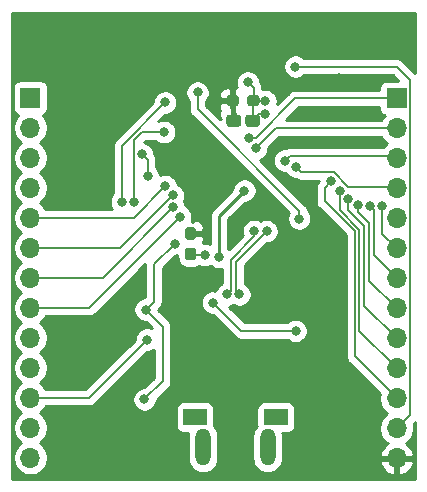
<source format=gbr>
%TF.GenerationSoftware,KiCad,Pcbnew,(5.1.6)-1*%
%TF.CreationDate,2020-07-15T15:52:09-04:00*%
%TF.ProjectId,Arduino Rev 2,41726475-696e-46f2-9052-657620322e6b,rev?*%
%TF.SameCoordinates,Original*%
%TF.FileFunction,Copper,L2,Bot*%
%TF.FilePolarity,Positive*%
%FSLAX46Y46*%
G04 Gerber Fmt 4.6, Leading zero omitted, Abs format (unit mm)*
G04 Created by KiCad (PCBNEW (5.1.6)-1) date 2020-07-15 15:52:09*
%MOMM*%
%LPD*%
G01*
G04 APERTURE LIST*
%TA.AperFunction,ComponentPad*%
%ADD10O,1.700000X1.700000*%
%TD*%
%TA.AperFunction,ComponentPad*%
%ADD11R,1.700000X1.700000*%
%TD*%
%TA.AperFunction,ComponentPad*%
%ADD12O,1.300000X3.150000*%
%TD*%
%TA.AperFunction,ComponentPad*%
%ADD13R,2.000000X1.400000*%
%TD*%
%TA.AperFunction,ViaPad*%
%ADD14C,0.800000*%
%TD*%
%TA.AperFunction,Conductor*%
%ADD15C,0.200000*%
%TD*%
%TA.AperFunction,Conductor*%
%ADD16C,0.250000*%
%TD*%
%TA.AperFunction,Conductor*%
%ADD17C,0.254000*%
%TD*%
G04 APERTURE END LIST*
D10*
%TO.P,J602,13*%
%TO.N,+5V*%
X145250000Y-133730000D03*
%TO.P,J602,12*%
%TO.N,/RESET*%
X145250000Y-131190000D03*
%TO.P,J602,11*%
%TO.N,+3V3*%
X145250000Y-128650000D03*
%TO.P,J602,10*%
%TO.N,/PIN HEADERS/22*%
X145250000Y-126110000D03*
%TO.P,J602,9*%
%TO.N,/PIN HEADERS/21*%
X145250000Y-123570000D03*
%TO.P,J602,8*%
%TO.N,/PIN HEADERS/20*%
X145250000Y-121030000D03*
%TO.P,J602,7*%
%TO.N,/PIN HEADERS/19*%
X145250000Y-118490000D03*
%TO.P,J602,6*%
%TO.N,/PIN HEADERS/18*%
X145250000Y-115950000D03*
%TO.P,J602,5*%
%TO.N,/PIN HEADERS/17*%
X145250000Y-113410000D03*
%TO.P,J602,4*%
%TO.N,/PIN HEADERS/16*%
X145250000Y-110870000D03*
%TO.P,J602,3*%
%TO.N,/PIN HEADERS/15*%
X145250000Y-108330000D03*
%TO.P,J602,2*%
%TO.N,/PIN HEADERS/14*%
X145250000Y-105790000D03*
D11*
%TO.P,J602,1*%
%TO.N,/PIN HEADERS/13*%
X145250000Y-103250000D03*
%TD*%
D10*
%TO.P,J601,13*%
%TO.N,GND*%
X176250000Y-133790000D03*
%TO.P,J601,12*%
%TO.N,/PIN HEADERS/6*%
X176250000Y-131250000D03*
%TO.P,J601,11*%
%TO.N,/PIN HEADERS/7*%
X176250000Y-128710000D03*
%TO.P,J601,10*%
%TO.N,/PIN HEADERS/8*%
X176250000Y-126170000D03*
%TO.P,J601,9*%
%TO.N,/PIN HEADERS/9*%
X176250000Y-123630000D03*
%TO.P,J601,8*%
%TO.N,/PIN HEADERS/10*%
X176250000Y-121090000D03*
%TO.P,J601,7*%
%TO.N,/PIN HEADERS/11*%
X176250000Y-118550000D03*
%TO.P,J601,6*%
%TO.N,/PIN HEADERS/12*%
X176250000Y-116010000D03*
%TO.P,J601,5*%
%TO.N,/PIN HEADERS/5*%
X176250000Y-113470000D03*
%TO.P,J601,4*%
%TO.N,/PIN HEADERS/4*%
X176250000Y-110930000D03*
%TO.P,J601,3*%
%TO.N,/PIN HEADERS/3*%
X176250000Y-108390000D03*
%TO.P,J601,2*%
%TO.N,/D1_TX*%
X176250000Y-105850000D03*
D11*
%TO.P,J601,1*%
%TO.N,/D0_RX*%
X176250000Y-103310000D03*
%TD*%
%TO.P,C204,2*%
%TO.N,+5V*%
%TA.AperFunction,SMDPad,CuDef*%
G36*
G01*
X163595000Y-103727500D02*
X163595000Y-103252500D01*
G75*
G02*
X163832500Y-103015000I237500J0D01*
G01*
X164407500Y-103015000D01*
G75*
G02*
X164645000Y-103252500I0J-237500D01*
G01*
X164645000Y-103727500D01*
G75*
G02*
X164407500Y-103965000I-237500J0D01*
G01*
X163832500Y-103965000D01*
G75*
G02*
X163595000Y-103727500I0J237500D01*
G01*
G37*
%TD.AperFunction*%
%TO.P,C204,1*%
%TO.N,GND*%
%TA.AperFunction,SMDPad,CuDef*%
G36*
G01*
X161845000Y-103727500D02*
X161845000Y-103252500D01*
G75*
G02*
X162082500Y-103015000I237500J0D01*
G01*
X162657500Y-103015000D01*
G75*
G02*
X162895000Y-103252500I0J-237500D01*
G01*
X162895000Y-103727500D01*
G75*
G02*
X162657500Y-103965000I-237500J0D01*
G01*
X162082500Y-103965000D01*
G75*
G02*
X161845000Y-103727500I0J237500D01*
G01*
G37*
%TD.AperFunction*%
%TD*%
%TO.P,C203,2*%
%TO.N,GND*%
%TA.AperFunction,SMDPad,CuDef*%
G36*
G01*
X163095000Y-104924999D02*
X163095000Y-105475001D01*
G75*
G02*
X162845001Y-105725000I-249999J0D01*
G01*
X162094999Y-105725000D01*
G75*
G02*
X161845000Y-105475001I0J249999D01*
G01*
X161845000Y-104924999D01*
G75*
G02*
X162094999Y-104675000I249999J0D01*
G01*
X162845001Y-104675000D01*
G75*
G02*
X163095000Y-104924999I0J-249999D01*
G01*
G37*
%TD.AperFunction*%
%TO.P,C203,1*%
%TO.N,+5V*%
%TA.AperFunction,SMDPad,CuDef*%
G36*
G01*
X164695000Y-104924999D02*
X164695000Y-105475001D01*
G75*
G02*
X164445001Y-105725000I-249999J0D01*
G01*
X163694999Y-105725000D01*
G75*
G02*
X163445000Y-105475001I0J249999D01*
G01*
X163445000Y-104924999D01*
G75*
G02*
X163694999Y-104675000I249999J0D01*
G01*
X164445001Y-104675000D01*
G75*
G02*
X164695000Y-104924999I0J-249999D01*
G01*
G37*
%TD.AperFunction*%
%TD*%
D12*
%TO.P,J401,SH*%
%TO.N,Net-(J401-PadSH)*%
X165325000Y-132845000D03*
D13*
X166025000Y-130295000D03*
X159175000Y-130295000D03*
D12*
X159875000Y-132845000D03*
%TD*%
%TO.P,C407,2*%
%TO.N,GND*%
%TA.AperFunction,SMDPad,CuDef*%
G36*
G01*
X159037500Y-115265000D02*
X158562500Y-115265000D01*
G75*
G02*
X158325000Y-115027500I0J237500D01*
G01*
X158325000Y-114452500D01*
G75*
G02*
X158562500Y-114215000I237500J0D01*
G01*
X159037500Y-114215000D01*
G75*
G02*
X159275000Y-114452500I0J-237500D01*
G01*
X159275000Y-115027500D01*
G75*
G02*
X159037500Y-115265000I-237500J0D01*
G01*
G37*
%TD.AperFunction*%
%TO.P,C407,1*%
%TO.N,+3V3*%
%TA.AperFunction,SMDPad,CuDef*%
G36*
G01*
X159037500Y-117015000D02*
X158562500Y-117015000D01*
G75*
G02*
X158325000Y-116777500I0J237500D01*
G01*
X158325000Y-116202500D01*
G75*
G02*
X158562500Y-115965000I237500J0D01*
G01*
X159037500Y-115965000D01*
G75*
G02*
X159275000Y-116202500I0J-237500D01*
G01*
X159275000Y-116777500D01*
G75*
G02*
X159037500Y-117015000I-237500J0D01*
G01*
G37*
%TD.AperFunction*%
%TD*%
D14*
%TO.N,GND*%
X154600000Y-118500000D03*
X169550000Y-127550000D03*
X155100000Y-126250000D03*
X147650000Y-107250000D03*
X150850000Y-110750000D03*
X171350000Y-101600000D03*
X167785082Y-104792027D03*
X171300000Y-104700000D03*
X160150000Y-114600000D03*
X152350000Y-105500000D03*
X157650000Y-124400000D03*
X158550000Y-120800000D03*
X159800000Y-106350000D03*
X169500000Y-130500000D03*
X169500000Y-133500000D03*
X169500000Y-125000000D03*
X155000000Y-131000000D03*
X152000000Y-134500000D03*
X158500000Y-98000000D03*
X154500000Y-98000000D03*
X151000000Y-98000000D03*
X147500000Y-98000000D03*
X144500000Y-98000000D03*
X160500000Y-103500000D03*
%TO.N,+5V*%
X165150000Y-103550000D03*
X165099998Y-104650000D03*
X157450000Y-115600000D03*
X155000000Y-121200000D03*
X159400000Y-102800000D03*
X163650000Y-101950002D03*
X154900000Y-128800000D03*
X168010000Y-113490000D03*
%TO.N,+3V3*%
X160000000Y-116550000D03*
X160700000Y-120600000D03*
X167700000Y-123000000D03*
X155119975Y-123730025D03*
%TO.N,/PIN HEADERS/12*%
X175000000Y-112425000D03*
%TO.N,/PIN HEADERS/11*%
X173999997Y-112425000D03*
%TO.N,/PIN HEADERS/10*%
X173001826Y-112364505D03*
%TO.N,/PIN HEADERS/9*%
X172163747Y-111818953D03*
%TO.N,/PIN HEADERS/8*%
X171456639Y-111111845D03*
%TO.N,/PIN HEADERS/7*%
X170684897Y-110340103D03*
%TO.N,/PIN HEADERS/6*%
X167675000Y-100625000D03*
%TO.N,/PIN HEADERS/4*%
X167700940Y-109081439D03*
%TO.N,/PIN HEADERS/3*%
X166800000Y-108575000D03*
%TO.N,/D1_TX*%
X163357653Y-111117653D03*
X161230000Y-116730000D03*
X164350000Y-107525000D03*
%TO.N,/D0_RX*%
X163747942Y-106664068D03*
%TO.N,/RESET*%
X155170000Y-109850010D03*
X154700000Y-108050000D03*
%TO.N,/PIN HEADERS/22*%
X156575000Y-106175000D03*
X154000000Y-112100000D03*
%TO.N,/PIN HEADERS/21*%
X156650000Y-103650000D03*
X153000327Y-112074368D03*
%TO.N,/PIN HEADERS/20*%
X157910025Y-113350025D03*
%TO.N,/PIN HEADERS/19*%
X157346681Y-112523801D03*
%TO.N,/PIN HEADERS/18*%
X157299931Y-111520504D03*
%TO.N,/PIN HEADERS/17*%
X156680239Y-110735656D03*
%TO.N,/USB TO UART/d2+*%
X162945596Y-119909402D03*
X165242500Y-114550002D03*
%TO.N,/USB TO UART/d2-*%
X164192500Y-114550002D03*
X161895596Y-119909402D03*
%TD*%
D15*
%TO.N,GND*%
X167785082Y-104792027D02*
X171207973Y-104792027D01*
X171207973Y-104792027D02*
X171300000Y-104700000D01*
%TO.N,+5V*%
X164120000Y-105150000D02*
X164070000Y-105200000D01*
X164120000Y-103490000D02*
X164120000Y-105150000D01*
X164120000Y-103490000D02*
X165090000Y-103490000D01*
X165090000Y-103490000D02*
X165150000Y-103550000D01*
X164620000Y-104650000D02*
X164070000Y-105200000D01*
X165099998Y-104650000D02*
X164620000Y-104650000D01*
X155000000Y-121200000D02*
X155700000Y-120515848D01*
X155700000Y-120515848D02*
X155700000Y-117350000D01*
X155700000Y-117350000D02*
X157450000Y-115600000D01*
X163650000Y-101950002D02*
X164150000Y-102450002D01*
X164150000Y-103460000D02*
X164120000Y-103490000D01*
X164150000Y-102450002D02*
X164150000Y-103460000D01*
X154900000Y-128800000D02*
X156450000Y-127250000D01*
X156450000Y-122650000D02*
X155000000Y-121200000D01*
X156450000Y-127250000D02*
X156450000Y-122650000D01*
X159400000Y-102800000D02*
X159400000Y-104240000D01*
X159400000Y-104240000D02*
X168010000Y-112850000D01*
X168010000Y-112850000D02*
X168010000Y-113490000D01*
%TO.N,+3V3*%
X158860000Y-116550000D02*
X158800000Y-116490000D01*
X160000000Y-116550000D02*
X158860000Y-116550000D01*
X160700000Y-120600000D02*
X163100000Y-123000000D01*
X163100000Y-123000000D02*
X167700000Y-123000000D01*
X150200000Y-128650000D02*
X145250000Y-128650000D01*
X155119975Y-123730025D02*
X150200000Y-128650000D01*
%TO.N,/PIN HEADERS/12*%
X175000000Y-114760000D02*
X176250000Y-116010000D01*
X175000000Y-112425000D02*
X175000000Y-114760000D01*
%TO.N,/PIN HEADERS/11*%
X174299999Y-116599999D02*
X176250000Y-118550000D01*
X174299999Y-112725000D02*
X174299999Y-116599999D01*
X173999997Y-112425000D02*
X174299999Y-112725000D01*
%TO.N,/PIN HEADERS/10*%
X173899989Y-118739989D02*
X176250000Y-121090000D01*
X173899989Y-113828353D02*
X173899989Y-118739989D01*
X173001826Y-112930190D02*
X173899989Y-113828353D01*
X173001826Y-112364505D02*
X173001826Y-112930190D01*
%TO.N,/PIN HEADERS/9*%
X172163747Y-111818953D02*
X172163747Y-112748299D01*
X173499979Y-120879979D02*
X176250000Y-123630000D01*
X173499979Y-114084531D02*
X173499979Y-120879979D01*
X172163747Y-112748299D02*
X173499979Y-114084531D01*
%TO.N,/PIN HEADERS/8*%
X173099969Y-123019969D02*
X176250000Y-126170000D01*
X173099969Y-114412625D02*
X173099969Y-123019969D01*
X171450000Y-112762656D02*
X173099969Y-114412625D01*
X171450000Y-112762656D02*
X171450000Y-111118484D01*
X171450000Y-111118484D02*
X171456639Y-111111845D01*
%TO.N,/PIN HEADERS/7*%
X170684897Y-110340103D02*
X170150000Y-110875000D01*
X170150000Y-110875000D02*
X170150000Y-112028354D01*
X172699959Y-125159959D02*
X176250000Y-128710000D01*
X172699959Y-114578313D02*
X172699959Y-125159959D01*
X170150000Y-112028354D02*
X172699959Y-114578313D01*
%TO.N,/PIN HEADERS/6*%
X177400001Y-130099999D02*
X177400001Y-101775001D01*
X176250000Y-131250000D02*
X177400001Y-130099999D01*
X177400001Y-101775001D02*
X176250000Y-100625000D01*
X176250000Y-100625000D02*
X167675000Y-100625000D01*
%TO.N,/PIN HEADERS/4*%
X167700940Y-109081439D02*
X168194501Y-109575000D01*
X170955796Y-109575000D02*
X172155796Y-110775000D01*
X168194501Y-109575000D02*
X170955796Y-109575000D01*
X176095000Y-110775000D02*
X176250000Y-110930000D01*
X172155796Y-110775000D02*
X176095000Y-110775000D01*
%TO.N,/PIN HEADERS/3*%
X176035001Y-108175001D02*
X176250000Y-108390000D01*
X167199999Y-108175001D02*
X176035001Y-108175001D01*
X166800000Y-108575000D02*
X167199999Y-108175001D01*
D16*
%TO.N,/D1_TX*%
X163357653Y-111117653D02*
X161230000Y-113245306D01*
X161230000Y-113245306D02*
X161230000Y-116730000D01*
D15*
X166025000Y-105850000D02*
X176250000Y-105850000D01*
X164350000Y-107525000D02*
X166025000Y-105850000D01*
%TO.N,/D0_RX*%
X167667695Y-103310000D02*
X176250000Y-103310000D01*
X164313627Y-106664068D02*
X167667695Y-103310000D01*
X163747942Y-106664068D02*
X164313627Y-106664068D01*
%TO.N,/RESET*%
X155170000Y-109850010D02*
X155170000Y-108520000D01*
X155170000Y-108520000D02*
X154700000Y-108050000D01*
%TO.N,/PIN HEADERS/22*%
X154690698Y-106175000D02*
X156575000Y-106175000D01*
X154000000Y-112100000D02*
X154000000Y-106865698D01*
X154000000Y-106865698D02*
X154690698Y-106175000D01*
%TO.N,/PIN HEADERS/21*%
X156650000Y-103650000D02*
X153000327Y-107299673D01*
X153000327Y-107299673D02*
X153000327Y-112074368D01*
%TO.N,/PIN HEADERS/20*%
X150230050Y-121030000D02*
X145250000Y-121030000D01*
X157910025Y-113350025D02*
X150230050Y-121030000D01*
%TO.N,/PIN HEADERS/19*%
X157346681Y-112523801D02*
X151370482Y-118500000D01*
X145260000Y-118500000D02*
X145250000Y-118490000D01*
X151370482Y-118500000D02*
X145260000Y-118500000D01*
%TO.N,/PIN HEADERS/18*%
X152870435Y-115950000D02*
X145250000Y-115950000D01*
X157299931Y-111520504D02*
X152870435Y-115950000D01*
%TO.N,/PIN HEADERS/17*%
X154005895Y-113410000D02*
X145250000Y-113410000D01*
X156680239Y-110735656D02*
X154005895Y-113410000D01*
%TO.N,/USB TO UART/d2+*%
X162645596Y-119609402D02*
X162945596Y-119909402D01*
X162645596Y-117146906D02*
X162645596Y-119609402D01*
X165242500Y-114550002D02*
X162645596Y-117146906D01*
%TO.N,/USB TO UART/d2-*%
X162195596Y-116960509D02*
X162195596Y-119609402D01*
X164192500Y-114963605D02*
X162195596Y-116960509D01*
X164192500Y-114550002D02*
X164192500Y-114963605D01*
X162195596Y-119609402D02*
X161895596Y-119909402D01*
%TD*%
D17*
%TO.N,GND*%
G36*
X177840000Y-96382418D02*
G01*
X177840001Y-96382428D01*
X177840000Y-97532418D01*
X177840001Y-97532428D01*
X177840001Y-101175554D01*
X176795258Y-100130812D01*
X176772238Y-100102762D01*
X176660320Y-100010913D01*
X176532633Y-99942663D01*
X176394085Y-99900635D01*
X176286105Y-99890000D01*
X176250000Y-99886444D01*
X176213895Y-99890000D01*
X168403711Y-99890000D01*
X168334774Y-99821063D01*
X168165256Y-99707795D01*
X167976898Y-99629774D01*
X167776939Y-99590000D01*
X167573061Y-99590000D01*
X167373102Y-99629774D01*
X167184744Y-99707795D01*
X167015226Y-99821063D01*
X166871063Y-99965226D01*
X166757795Y-100134744D01*
X166679774Y-100323102D01*
X166640000Y-100523061D01*
X166640000Y-100726939D01*
X166679774Y-100926898D01*
X166757795Y-101115256D01*
X166871063Y-101284774D01*
X167015226Y-101428937D01*
X167184744Y-101542205D01*
X167373102Y-101620226D01*
X167573061Y-101660000D01*
X167776939Y-101660000D01*
X167976898Y-101620226D01*
X168165256Y-101542205D01*
X168334774Y-101428937D01*
X168403711Y-101360000D01*
X175945554Y-101360000D01*
X176407481Y-101821928D01*
X175400000Y-101821928D01*
X175275518Y-101834188D01*
X175155820Y-101870498D01*
X175045506Y-101929463D01*
X174948815Y-102008815D01*
X174869463Y-102105506D01*
X174810498Y-102215820D01*
X174774188Y-102335518D01*
X174761928Y-102460000D01*
X174761928Y-102575000D01*
X167703789Y-102575000D01*
X167667694Y-102571445D01*
X167631599Y-102575000D01*
X167631590Y-102575000D01*
X167523610Y-102585635D01*
X167385062Y-102627663D01*
X167257375Y-102695913D01*
X167145457Y-102787762D01*
X167122441Y-102815807D01*
X166159845Y-103778403D01*
X166185000Y-103651939D01*
X166185000Y-103448061D01*
X166145226Y-103248102D01*
X166067205Y-103059744D01*
X165953937Y-102890226D01*
X165809774Y-102746063D01*
X165640256Y-102632795D01*
X165451898Y-102554774D01*
X165251939Y-102515000D01*
X165048061Y-102515000D01*
X164914703Y-102541526D01*
X164893942Y-102524488D01*
X164885000Y-102519708D01*
X164885000Y-102486107D01*
X164888556Y-102450002D01*
X164874365Y-102305917D01*
X164871732Y-102297238D01*
X164832337Y-102167369D01*
X164764087Y-102039682D01*
X164738755Y-102008815D01*
X164695253Y-101955808D01*
X164695250Y-101955805D01*
X164685000Y-101943316D01*
X164685000Y-101848063D01*
X164645226Y-101648104D01*
X164567205Y-101459746D01*
X164453937Y-101290228D01*
X164309774Y-101146065D01*
X164140256Y-101032797D01*
X163951898Y-100954776D01*
X163751939Y-100915002D01*
X163548061Y-100915002D01*
X163348102Y-100954776D01*
X163159744Y-101032797D01*
X162990226Y-101146065D01*
X162846063Y-101290228D01*
X162732795Y-101459746D01*
X162654774Y-101648104D01*
X162615000Y-101848063D01*
X162615000Y-102051941D01*
X162654774Y-102251900D01*
X162707560Y-102379335D01*
X162655750Y-102380000D01*
X162497000Y-102538750D01*
X162497000Y-103363000D01*
X162517000Y-103363000D01*
X162517000Y-103617000D01*
X162497000Y-103617000D01*
X162497000Y-104441250D01*
X162597000Y-104541250D01*
X162597000Y-105073000D01*
X162617000Y-105073000D01*
X162617000Y-105327000D01*
X162597000Y-105327000D01*
X162597000Y-105347000D01*
X162343000Y-105347000D01*
X162343000Y-105327000D01*
X162323000Y-105327000D01*
X162323000Y-105073000D01*
X162343000Y-105073000D01*
X162343000Y-104198750D01*
X162243000Y-104098750D01*
X162243000Y-103617000D01*
X161368750Y-103617000D01*
X161210000Y-103775750D01*
X161206928Y-103965000D01*
X161219188Y-104089482D01*
X161255498Y-104209180D01*
X161314463Y-104319494D01*
X161314878Y-104320000D01*
X161314463Y-104320506D01*
X161255498Y-104430820D01*
X161219188Y-104550518D01*
X161206928Y-104675000D01*
X161210000Y-104914250D01*
X161368748Y-105072998D01*
X161272444Y-105072998D01*
X160135000Y-103935554D01*
X160135000Y-103528711D01*
X160203937Y-103459774D01*
X160317205Y-103290256D01*
X160395226Y-103101898D01*
X160412510Y-103015000D01*
X161206928Y-103015000D01*
X161210000Y-103204250D01*
X161368750Y-103363000D01*
X162243000Y-103363000D01*
X162243000Y-102538750D01*
X162084250Y-102380000D01*
X161845000Y-102376928D01*
X161720518Y-102389188D01*
X161600820Y-102425498D01*
X161490506Y-102484463D01*
X161393815Y-102563815D01*
X161314463Y-102660506D01*
X161255498Y-102770820D01*
X161219188Y-102890518D01*
X161206928Y-103015000D01*
X160412510Y-103015000D01*
X160435000Y-102901939D01*
X160435000Y-102698061D01*
X160395226Y-102498102D01*
X160317205Y-102309744D01*
X160203937Y-102140226D01*
X160059774Y-101996063D01*
X159890256Y-101882795D01*
X159701898Y-101804774D01*
X159501939Y-101765000D01*
X159298061Y-101765000D01*
X159098102Y-101804774D01*
X158909744Y-101882795D01*
X158740226Y-101996063D01*
X158596063Y-102140226D01*
X158482795Y-102309744D01*
X158404774Y-102498102D01*
X158365000Y-102698061D01*
X158365000Y-102901939D01*
X158404774Y-103101898D01*
X158482795Y-103290256D01*
X158596063Y-103459774D01*
X158665001Y-103528712D01*
X158665001Y-104203885D01*
X158661444Y-104240000D01*
X158675635Y-104384085D01*
X158712593Y-104505915D01*
X158717664Y-104522633D01*
X158785914Y-104650320D01*
X158877763Y-104762238D01*
X158905808Y-104785254D01*
X167103811Y-112983258D01*
X167092795Y-112999744D01*
X167014774Y-113188102D01*
X166975000Y-113388061D01*
X166975000Y-113591939D01*
X167014774Y-113791898D01*
X167092795Y-113980256D01*
X167206063Y-114149774D01*
X167350226Y-114293937D01*
X167519744Y-114407205D01*
X167708102Y-114485226D01*
X167908061Y-114525000D01*
X168111939Y-114525000D01*
X168311898Y-114485226D01*
X168500256Y-114407205D01*
X168669774Y-114293937D01*
X168813937Y-114149774D01*
X168927205Y-113980256D01*
X169005226Y-113791898D01*
X169045000Y-113591939D01*
X169045000Y-113388061D01*
X169005226Y-113188102D01*
X168927205Y-112999744D01*
X168813937Y-112830226D01*
X168739253Y-112755542D01*
X168734365Y-112705915D01*
X168729202Y-112688895D01*
X168692337Y-112567367D01*
X168624087Y-112439680D01*
X168609464Y-112421862D01*
X168555253Y-112355806D01*
X168555250Y-112355803D01*
X168532237Y-112327762D01*
X168504198Y-112304751D01*
X164699822Y-108500375D01*
X164840256Y-108442205D01*
X165009774Y-108328937D01*
X165153937Y-108184774D01*
X165267205Y-108015256D01*
X165345226Y-107826898D01*
X165385000Y-107626939D01*
X165385000Y-107529446D01*
X166329447Y-106585000D01*
X174955117Y-106585000D01*
X175096525Y-106796632D01*
X175303368Y-107003475D01*
X175477760Y-107120000D01*
X175303368Y-107236525D01*
X175099892Y-107440001D01*
X167236103Y-107440001D01*
X167199998Y-107436445D01*
X167055913Y-107450636D01*
X167013885Y-107463385D01*
X166917366Y-107492664D01*
X166828806Y-107540000D01*
X166698061Y-107540000D01*
X166498102Y-107579774D01*
X166309744Y-107657795D01*
X166140226Y-107771063D01*
X165996063Y-107915226D01*
X165882795Y-108084744D01*
X165804774Y-108273102D01*
X165765000Y-108473061D01*
X165765000Y-108676939D01*
X165804774Y-108876898D01*
X165882795Y-109065256D01*
X165996063Y-109234774D01*
X166140226Y-109378937D01*
X166309744Y-109492205D01*
X166498102Y-109570226D01*
X166698061Y-109610000D01*
X166809330Y-109610000D01*
X166897003Y-109741213D01*
X167041166Y-109885376D01*
X167210684Y-109998644D01*
X167399042Y-110076665D01*
X167599001Y-110116439D01*
X167695659Y-110116439D01*
X167784181Y-110189087D01*
X167911867Y-110257337D01*
X168050416Y-110299365D01*
X168194501Y-110313556D01*
X168230606Y-110310000D01*
X169649897Y-110310000D01*
X169649897Y-110334597D01*
X169627762Y-110352763D01*
X169535913Y-110464681D01*
X169467663Y-110592368D01*
X169438384Y-110688887D01*
X169425635Y-110730915D01*
X169411444Y-110875000D01*
X169415000Y-110911106D01*
X169415001Y-111992239D01*
X169411444Y-112028354D01*
X169425635Y-112172439D01*
X169463704Y-112297932D01*
X169467664Y-112310987D01*
X169535914Y-112438674D01*
X169627763Y-112550592D01*
X169655808Y-112573608D01*
X171964959Y-114882760D01*
X171964960Y-125123844D01*
X171961403Y-125159959D01*
X171975594Y-125304044D01*
X172017623Y-125442592D01*
X172085873Y-125570279D01*
X172177722Y-125682197D01*
X172205767Y-125705213D01*
X174814656Y-128314103D01*
X174765000Y-128563740D01*
X174765000Y-128856260D01*
X174822068Y-129143158D01*
X174934010Y-129413411D01*
X175096525Y-129656632D01*
X175303368Y-129863475D01*
X175477760Y-129980000D01*
X175303368Y-130096525D01*
X175096525Y-130303368D01*
X174934010Y-130546589D01*
X174822068Y-130816842D01*
X174765000Y-131103740D01*
X174765000Y-131396260D01*
X174822068Y-131683158D01*
X174934010Y-131953411D01*
X175096525Y-132196632D01*
X175303368Y-132403475D01*
X175485534Y-132525195D01*
X175368645Y-132594822D01*
X175152412Y-132789731D01*
X174978359Y-133023080D01*
X174853175Y-133285901D01*
X174808524Y-133433110D01*
X174929845Y-133663000D01*
X176123000Y-133663000D01*
X176123000Y-133643000D01*
X176377000Y-133643000D01*
X176377000Y-133663000D01*
X177570155Y-133663000D01*
X177691476Y-133433110D01*
X177646825Y-133285901D01*
X177521641Y-133023080D01*
X177347588Y-132789731D01*
X177131355Y-132594822D01*
X177014466Y-132525195D01*
X177196632Y-132403475D01*
X177403475Y-132196632D01*
X177565990Y-131953411D01*
X177677932Y-131683158D01*
X177735000Y-131396260D01*
X177735000Y-131103740D01*
X177685344Y-130854103D01*
X177840000Y-130699447D01*
X177840000Y-135515000D01*
X143660000Y-135515000D01*
X143660000Y-102400000D01*
X143761928Y-102400000D01*
X143761928Y-104100000D01*
X143774188Y-104224482D01*
X143810498Y-104344180D01*
X143869463Y-104454494D01*
X143948815Y-104551185D01*
X144045506Y-104630537D01*
X144155820Y-104689502D01*
X144228380Y-104711513D01*
X144096525Y-104843368D01*
X143934010Y-105086589D01*
X143822068Y-105356842D01*
X143765000Y-105643740D01*
X143765000Y-105936260D01*
X143822068Y-106223158D01*
X143934010Y-106493411D01*
X144096525Y-106736632D01*
X144303368Y-106943475D01*
X144477760Y-107060000D01*
X144303368Y-107176525D01*
X144096525Y-107383368D01*
X143934010Y-107626589D01*
X143822068Y-107896842D01*
X143765000Y-108183740D01*
X143765000Y-108476260D01*
X143822068Y-108763158D01*
X143934010Y-109033411D01*
X144096525Y-109276632D01*
X144303368Y-109483475D01*
X144477760Y-109600000D01*
X144303368Y-109716525D01*
X144096525Y-109923368D01*
X143934010Y-110166589D01*
X143822068Y-110436842D01*
X143765000Y-110723740D01*
X143765000Y-111016260D01*
X143822068Y-111303158D01*
X143934010Y-111573411D01*
X144096525Y-111816632D01*
X144303368Y-112023475D01*
X144477760Y-112140000D01*
X144303368Y-112256525D01*
X144096525Y-112463368D01*
X143934010Y-112706589D01*
X143822068Y-112976842D01*
X143765000Y-113263740D01*
X143765000Y-113556260D01*
X143822068Y-113843158D01*
X143934010Y-114113411D01*
X144096525Y-114356632D01*
X144303368Y-114563475D01*
X144477760Y-114680000D01*
X144303368Y-114796525D01*
X144096525Y-115003368D01*
X143934010Y-115246589D01*
X143822068Y-115516842D01*
X143765000Y-115803740D01*
X143765000Y-116096260D01*
X143822068Y-116383158D01*
X143934010Y-116653411D01*
X144096525Y-116896632D01*
X144303368Y-117103475D01*
X144477760Y-117220000D01*
X144303368Y-117336525D01*
X144096525Y-117543368D01*
X143934010Y-117786589D01*
X143822068Y-118056842D01*
X143765000Y-118343740D01*
X143765000Y-118636260D01*
X143822068Y-118923158D01*
X143934010Y-119193411D01*
X144096525Y-119436632D01*
X144303368Y-119643475D01*
X144477760Y-119760000D01*
X144303368Y-119876525D01*
X144096525Y-120083368D01*
X143934010Y-120326589D01*
X143822068Y-120596842D01*
X143765000Y-120883740D01*
X143765000Y-121176260D01*
X143822068Y-121463158D01*
X143934010Y-121733411D01*
X144096525Y-121976632D01*
X144303368Y-122183475D01*
X144477760Y-122300000D01*
X144303368Y-122416525D01*
X144096525Y-122623368D01*
X143934010Y-122866589D01*
X143822068Y-123136842D01*
X143765000Y-123423740D01*
X143765000Y-123716260D01*
X143822068Y-124003158D01*
X143934010Y-124273411D01*
X144096525Y-124516632D01*
X144303368Y-124723475D01*
X144477760Y-124840000D01*
X144303368Y-124956525D01*
X144096525Y-125163368D01*
X143934010Y-125406589D01*
X143822068Y-125676842D01*
X143765000Y-125963740D01*
X143765000Y-126256260D01*
X143822068Y-126543158D01*
X143934010Y-126813411D01*
X144096525Y-127056632D01*
X144303368Y-127263475D01*
X144477760Y-127380000D01*
X144303368Y-127496525D01*
X144096525Y-127703368D01*
X143934010Y-127946589D01*
X143822068Y-128216842D01*
X143765000Y-128503740D01*
X143765000Y-128796260D01*
X143822068Y-129083158D01*
X143934010Y-129353411D01*
X144096525Y-129596632D01*
X144303368Y-129803475D01*
X144477760Y-129920000D01*
X144303368Y-130036525D01*
X144096525Y-130243368D01*
X143934010Y-130486589D01*
X143822068Y-130756842D01*
X143765000Y-131043740D01*
X143765000Y-131336260D01*
X143822068Y-131623158D01*
X143934010Y-131893411D01*
X144096525Y-132136632D01*
X144303368Y-132343475D01*
X144477760Y-132460000D01*
X144303368Y-132576525D01*
X144096525Y-132783368D01*
X143934010Y-133026589D01*
X143822068Y-133296842D01*
X143765000Y-133583740D01*
X143765000Y-133876260D01*
X143822068Y-134163158D01*
X143934010Y-134433411D01*
X144096525Y-134676632D01*
X144303368Y-134883475D01*
X144546589Y-135045990D01*
X144816842Y-135157932D01*
X145103740Y-135215000D01*
X145396260Y-135215000D01*
X145683158Y-135157932D01*
X145953411Y-135045990D01*
X146196632Y-134883475D01*
X146403475Y-134676632D01*
X146565990Y-134433411D01*
X146677932Y-134163158D01*
X146735000Y-133876260D01*
X146735000Y-133583740D01*
X146677932Y-133296842D01*
X146565990Y-133026589D01*
X146403475Y-132783368D01*
X146196632Y-132576525D01*
X146022240Y-132460000D01*
X146196632Y-132343475D01*
X146403475Y-132136632D01*
X146565990Y-131893411D01*
X146677932Y-131623158D01*
X146735000Y-131336260D01*
X146735000Y-131043740D01*
X146677932Y-130756842D01*
X146565990Y-130486589D01*
X146403475Y-130243368D01*
X146196632Y-130036525D01*
X146022240Y-129920000D01*
X146196632Y-129803475D01*
X146403475Y-129596632D01*
X146544883Y-129385000D01*
X150163895Y-129385000D01*
X150200000Y-129388556D01*
X150236105Y-129385000D01*
X150344085Y-129374365D01*
X150482633Y-129332337D01*
X150610320Y-129264087D01*
X150722238Y-129172238D01*
X150745259Y-129144187D01*
X155124422Y-124765025D01*
X155221914Y-124765025D01*
X155421873Y-124725251D01*
X155610231Y-124647230D01*
X155715001Y-124577225D01*
X155715000Y-126945553D01*
X154895554Y-127765000D01*
X154798061Y-127765000D01*
X154598102Y-127804774D01*
X154409744Y-127882795D01*
X154240226Y-127996063D01*
X154096063Y-128140226D01*
X153982795Y-128309744D01*
X153904774Y-128498102D01*
X153865000Y-128698061D01*
X153865000Y-128901939D01*
X153904774Y-129101898D01*
X153982795Y-129290256D01*
X154096063Y-129459774D01*
X154240226Y-129603937D01*
X154409744Y-129717205D01*
X154598102Y-129795226D01*
X154798061Y-129835000D01*
X155001939Y-129835000D01*
X155201898Y-129795226D01*
X155390256Y-129717205D01*
X155559774Y-129603937D01*
X155568711Y-129595000D01*
X157536928Y-129595000D01*
X157536928Y-130995000D01*
X157549188Y-131119482D01*
X157585498Y-131239180D01*
X157644463Y-131349494D01*
X157723815Y-131446185D01*
X157820506Y-131525537D01*
X157930820Y-131584502D01*
X158050518Y-131620812D01*
X158175000Y-131633072D01*
X158619218Y-131633072D01*
X158608593Y-131668097D01*
X158590000Y-131856878D01*
X158590001Y-133833123D01*
X158608594Y-134021904D01*
X158682072Y-134264127D01*
X158801393Y-134487362D01*
X158961973Y-134683028D01*
X159157639Y-134843608D01*
X159380874Y-134962929D01*
X159623097Y-135036407D01*
X159875000Y-135061217D01*
X160126904Y-135036407D01*
X160369127Y-134962929D01*
X160592362Y-134843608D01*
X160788028Y-134683028D01*
X160948608Y-134487362D01*
X161067929Y-134264127D01*
X161141407Y-134021904D01*
X161160000Y-133833123D01*
X161160000Y-131856878D01*
X164040000Y-131856878D01*
X164040001Y-133833123D01*
X164058594Y-134021904D01*
X164132072Y-134264127D01*
X164251393Y-134487362D01*
X164411973Y-134683028D01*
X164607639Y-134843608D01*
X164830874Y-134962929D01*
X165073097Y-135036407D01*
X165325000Y-135061217D01*
X165576904Y-135036407D01*
X165819127Y-134962929D01*
X166042362Y-134843608D01*
X166238028Y-134683028D01*
X166398608Y-134487362D01*
X166517929Y-134264127D01*
X166553492Y-134146890D01*
X174808524Y-134146890D01*
X174853175Y-134294099D01*
X174978359Y-134556920D01*
X175152412Y-134790269D01*
X175368645Y-134985178D01*
X175618748Y-135134157D01*
X175893109Y-135231481D01*
X176123000Y-135110814D01*
X176123000Y-133917000D01*
X176377000Y-133917000D01*
X176377000Y-135110814D01*
X176606891Y-135231481D01*
X176881252Y-135134157D01*
X177131355Y-134985178D01*
X177347588Y-134790269D01*
X177521641Y-134556920D01*
X177646825Y-134294099D01*
X177691476Y-134146890D01*
X177570155Y-133917000D01*
X176377000Y-133917000D01*
X176123000Y-133917000D01*
X174929845Y-133917000D01*
X174808524Y-134146890D01*
X166553492Y-134146890D01*
X166591407Y-134021904D01*
X166610000Y-133833123D01*
X166610000Y-131856877D01*
X166591407Y-131668096D01*
X166580783Y-131633072D01*
X167025000Y-131633072D01*
X167149482Y-131620812D01*
X167269180Y-131584502D01*
X167379494Y-131525537D01*
X167476185Y-131446185D01*
X167555537Y-131349494D01*
X167614502Y-131239180D01*
X167650812Y-131119482D01*
X167663072Y-130995000D01*
X167663072Y-129595000D01*
X167650812Y-129470518D01*
X167614502Y-129350820D01*
X167555537Y-129240506D01*
X167476185Y-129143815D01*
X167379494Y-129064463D01*
X167269180Y-129005498D01*
X167149482Y-128969188D01*
X167025000Y-128956928D01*
X165025000Y-128956928D01*
X164900518Y-128969188D01*
X164780820Y-129005498D01*
X164670506Y-129064463D01*
X164573815Y-129143815D01*
X164494463Y-129240506D01*
X164435498Y-129350820D01*
X164399188Y-129470518D01*
X164386928Y-129595000D01*
X164386928Y-130995000D01*
X164390664Y-131032936D01*
X164251392Y-131202639D01*
X164132071Y-131425874D01*
X164058593Y-131668097D01*
X164040000Y-131856878D01*
X161160000Y-131856878D01*
X161160000Y-131856877D01*
X161141407Y-131668096D01*
X161067929Y-131425873D01*
X160948608Y-131202638D01*
X160809336Y-131032935D01*
X160813072Y-130995000D01*
X160813072Y-129595000D01*
X160800812Y-129470518D01*
X160764502Y-129350820D01*
X160705537Y-129240506D01*
X160626185Y-129143815D01*
X160529494Y-129064463D01*
X160419180Y-129005498D01*
X160299482Y-128969188D01*
X160175000Y-128956928D01*
X158175000Y-128956928D01*
X158050518Y-128969188D01*
X157930820Y-129005498D01*
X157820506Y-129064463D01*
X157723815Y-129143815D01*
X157644463Y-129240506D01*
X157585498Y-129350820D01*
X157549188Y-129470518D01*
X157536928Y-129595000D01*
X155568711Y-129595000D01*
X155703937Y-129459774D01*
X155817205Y-129290256D01*
X155895226Y-129101898D01*
X155935000Y-128901939D01*
X155935000Y-128804446D01*
X156944197Y-127795250D01*
X156972237Y-127772238D01*
X156995250Y-127744197D01*
X156995253Y-127744194D01*
X157028758Y-127703368D01*
X157064087Y-127660320D01*
X157132337Y-127532633D01*
X157174365Y-127394085D01*
X157180282Y-127334010D01*
X157188556Y-127250001D01*
X157185000Y-127213896D01*
X157185000Y-122686105D01*
X157188556Y-122650000D01*
X157174365Y-122505915D01*
X157132337Y-122367366D01*
X157064087Y-122239680D01*
X157060246Y-122235000D01*
X156972238Y-122127762D01*
X156944193Y-122104746D01*
X156045431Y-121205985D01*
X156190936Y-121063774D01*
X156222237Y-121038086D01*
X156265498Y-120985372D01*
X156309348Y-120933172D01*
X156311391Y-120929453D01*
X156314087Y-120926168D01*
X156346256Y-120865985D01*
X156379055Y-120806276D01*
X156380333Y-120802230D01*
X156382337Y-120798481D01*
X156402147Y-120733176D01*
X156422667Y-120668218D01*
X156423131Y-120664000D01*
X156424365Y-120659933D01*
X156431054Y-120592021D01*
X156438507Y-120524304D01*
X156435000Y-120483969D01*
X156435000Y-117654446D01*
X157454447Y-116635000D01*
X157551939Y-116635000D01*
X157686928Y-116608149D01*
X157686928Y-116777500D01*
X157703752Y-116948316D01*
X157753577Y-117112567D01*
X157834488Y-117263942D01*
X157943377Y-117396623D01*
X158076058Y-117505512D01*
X158227433Y-117586423D01*
X158391684Y-117636248D01*
X158562500Y-117653072D01*
X159037500Y-117653072D01*
X159208316Y-117636248D01*
X159372567Y-117586423D01*
X159523942Y-117505512D01*
X159550200Y-117483963D01*
X159698102Y-117545226D01*
X159898061Y-117585000D01*
X160101939Y-117585000D01*
X160301898Y-117545226D01*
X160490256Y-117467205D01*
X160498192Y-117461903D01*
X160570226Y-117533937D01*
X160739744Y-117647205D01*
X160928102Y-117725226D01*
X161128061Y-117765000D01*
X161331939Y-117765000D01*
X161460596Y-117739409D01*
X161460597Y-118969309D01*
X161405340Y-118992197D01*
X161235822Y-119105465D01*
X161091659Y-119249628D01*
X160978391Y-119419146D01*
X160909143Y-119586324D01*
X160801939Y-119565000D01*
X160598061Y-119565000D01*
X160398102Y-119604774D01*
X160209744Y-119682795D01*
X160040226Y-119796063D01*
X159896063Y-119940226D01*
X159782795Y-120109744D01*
X159704774Y-120298102D01*
X159665000Y-120498061D01*
X159665000Y-120701939D01*
X159704774Y-120901898D01*
X159782795Y-121090256D01*
X159896063Y-121259774D01*
X160040226Y-121403937D01*
X160209744Y-121517205D01*
X160398102Y-121595226D01*
X160598061Y-121635000D01*
X160695554Y-121635000D01*
X162554746Y-123494193D01*
X162577762Y-123522238D01*
X162605806Y-123545253D01*
X162689680Y-123614087D01*
X162817366Y-123682337D01*
X162955915Y-123724365D01*
X163100000Y-123738556D01*
X163136105Y-123735000D01*
X166971289Y-123735000D01*
X167040226Y-123803937D01*
X167209744Y-123917205D01*
X167398102Y-123995226D01*
X167598061Y-124035000D01*
X167801939Y-124035000D01*
X168001898Y-123995226D01*
X168190256Y-123917205D01*
X168359774Y-123803937D01*
X168503937Y-123659774D01*
X168617205Y-123490256D01*
X168695226Y-123301898D01*
X168735000Y-123101939D01*
X168735000Y-122898061D01*
X168695226Y-122698102D01*
X168617205Y-122509744D01*
X168503937Y-122340226D01*
X168359774Y-122196063D01*
X168190256Y-122082795D01*
X168001898Y-122004774D01*
X167801939Y-121965000D01*
X167598061Y-121965000D01*
X167398102Y-122004774D01*
X167209744Y-122082795D01*
X167040226Y-122196063D01*
X166971289Y-122265000D01*
X163404447Y-122265000D01*
X162069528Y-120930082D01*
X162197494Y-120904628D01*
X162385852Y-120826607D01*
X162420596Y-120803392D01*
X162455340Y-120826607D01*
X162643698Y-120904628D01*
X162843657Y-120944402D01*
X163047535Y-120944402D01*
X163247494Y-120904628D01*
X163435852Y-120826607D01*
X163605370Y-120713339D01*
X163749533Y-120569176D01*
X163862801Y-120399658D01*
X163940822Y-120211300D01*
X163980596Y-120011341D01*
X163980596Y-119807463D01*
X163940822Y-119607504D01*
X163862801Y-119419146D01*
X163749533Y-119249628D01*
X163605370Y-119105465D01*
X163435852Y-118992197D01*
X163380596Y-118969309D01*
X163380596Y-117451352D01*
X165246947Y-115585002D01*
X165344439Y-115585002D01*
X165544398Y-115545228D01*
X165732756Y-115467207D01*
X165902274Y-115353939D01*
X166046437Y-115209776D01*
X166159705Y-115040258D01*
X166237726Y-114851900D01*
X166277500Y-114651941D01*
X166277500Y-114448063D01*
X166237726Y-114248104D01*
X166159705Y-114059746D01*
X166046437Y-113890228D01*
X165902274Y-113746065D01*
X165732756Y-113632797D01*
X165544398Y-113554776D01*
X165344439Y-113515002D01*
X165140561Y-113515002D01*
X164940602Y-113554776D01*
X164752244Y-113632797D01*
X164717500Y-113656012D01*
X164682756Y-113632797D01*
X164494398Y-113554776D01*
X164294439Y-113515002D01*
X164090561Y-113515002D01*
X163890602Y-113554776D01*
X163702244Y-113632797D01*
X163532726Y-113746065D01*
X163388563Y-113890228D01*
X163275295Y-114059746D01*
X163197274Y-114248104D01*
X163157500Y-114448063D01*
X163157500Y-114651941D01*
X163197274Y-114851900D01*
X163217040Y-114899618D01*
X162038942Y-116077717D01*
X162033937Y-116070226D01*
X161990000Y-116026289D01*
X161990000Y-113560107D01*
X163397455Y-112152653D01*
X163459592Y-112152653D01*
X163659551Y-112112879D01*
X163847909Y-112034858D01*
X164017427Y-111921590D01*
X164161590Y-111777427D01*
X164274858Y-111607909D01*
X164352879Y-111419551D01*
X164392653Y-111219592D01*
X164392653Y-111015714D01*
X164352879Y-110815755D01*
X164274858Y-110627397D01*
X164161590Y-110457879D01*
X164017427Y-110313716D01*
X163847909Y-110200448D01*
X163659551Y-110122427D01*
X163459592Y-110082653D01*
X163255714Y-110082653D01*
X163055755Y-110122427D01*
X162867397Y-110200448D01*
X162697879Y-110313716D01*
X162553716Y-110457879D01*
X162440448Y-110627397D01*
X162362427Y-110815755D01*
X162322653Y-111015714D01*
X162322653Y-111077851D01*
X160719003Y-112681502D01*
X160689999Y-112705305D01*
X160645298Y-112759774D01*
X160595026Y-112821030D01*
X160524455Y-112953059D01*
X160524454Y-112953060D01*
X160480997Y-113096321D01*
X160470000Y-113207974D01*
X160470000Y-113207984D01*
X160466324Y-113245306D01*
X160470000Y-113282629D01*
X160470001Y-115624405D01*
X160301898Y-115554774D01*
X160101939Y-115515000D01*
X159898061Y-115515000D01*
X159857028Y-115523162D01*
X159864502Y-115509180D01*
X159900812Y-115389482D01*
X159913072Y-115265000D01*
X159910000Y-115025750D01*
X159751250Y-114867000D01*
X158927000Y-114867000D01*
X158927000Y-114887000D01*
X158673000Y-114887000D01*
X158673000Y-114867000D01*
X158653000Y-114867000D01*
X158653000Y-114613000D01*
X158673000Y-114613000D01*
X158673000Y-114593000D01*
X158927000Y-114593000D01*
X158927000Y-114613000D01*
X159751250Y-114613000D01*
X159910000Y-114454250D01*
X159913072Y-114215000D01*
X159900812Y-114090518D01*
X159864502Y-113970820D01*
X159805537Y-113860506D01*
X159726185Y-113763815D01*
X159629494Y-113684463D01*
X159519180Y-113625498D01*
X159399482Y-113589188D01*
X159275000Y-113576928D01*
X159085750Y-113580000D01*
X158927002Y-113738748D01*
X158927002Y-113580000D01*
X158919557Y-113580000D01*
X158945025Y-113451964D01*
X158945025Y-113248086D01*
X158905251Y-113048127D01*
X158827230Y-112859769D01*
X158713962Y-112690251D01*
X158569799Y-112546088D01*
X158400281Y-112432820D01*
X158381681Y-112425116D01*
X158381681Y-112421862D01*
X158341907Y-112221903D01*
X158263886Y-112033545D01*
X158229200Y-111981634D01*
X158295157Y-111822402D01*
X158334931Y-111622443D01*
X158334931Y-111418565D01*
X158295157Y-111218606D01*
X158217136Y-111030248D01*
X158103868Y-110860730D01*
X157959705Y-110716567D01*
X157790187Y-110603299D01*
X157701916Y-110566736D01*
X157675465Y-110433758D01*
X157597444Y-110245400D01*
X157484176Y-110075882D01*
X157340013Y-109931719D01*
X157170495Y-109818451D01*
X156982137Y-109740430D01*
X156782178Y-109700656D01*
X156578300Y-109700656D01*
X156378341Y-109740430D01*
X156205000Y-109812231D01*
X156205000Y-109748071D01*
X156165226Y-109548112D01*
X156087205Y-109359754D01*
X155973937Y-109190236D01*
X155905000Y-109121299D01*
X155905000Y-108556094D01*
X155908555Y-108519999D01*
X155905000Y-108483904D01*
X155905000Y-108483895D01*
X155894365Y-108375915D01*
X155852337Y-108237367D01*
X155784087Y-108109680D01*
X155735000Y-108049867D01*
X155735000Y-107948061D01*
X155695226Y-107748102D01*
X155617205Y-107559744D01*
X155503937Y-107390226D01*
X155359774Y-107246063D01*
X155190256Y-107132795D01*
X155001898Y-107054774D01*
X154875510Y-107029634D01*
X154995145Y-106910000D01*
X155846289Y-106910000D01*
X155915226Y-106978937D01*
X156084744Y-107092205D01*
X156273102Y-107170226D01*
X156473061Y-107210000D01*
X156676939Y-107210000D01*
X156876898Y-107170226D01*
X157065256Y-107092205D01*
X157234774Y-106978937D01*
X157378937Y-106834774D01*
X157492205Y-106665256D01*
X157570226Y-106476898D01*
X157610000Y-106276939D01*
X157610000Y-106073061D01*
X157570226Y-105873102D01*
X157492205Y-105684744D01*
X157378937Y-105515226D01*
X157234774Y-105371063D01*
X157065256Y-105257795D01*
X156876898Y-105179774D01*
X156676939Y-105140000D01*
X156473061Y-105140000D01*
X156273102Y-105179774D01*
X156084744Y-105257795D01*
X156075425Y-105264022D01*
X156654447Y-104685000D01*
X156751939Y-104685000D01*
X156951898Y-104645226D01*
X157140256Y-104567205D01*
X157309774Y-104453937D01*
X157453937Y-104309774D01*
X157567205Y-104140256D01*
X157645226Y-103951898D01*
X157685000Y-103751939D01*
X157685000Y-103548061D01*
X157645226Y-103348102D01*
X157567205Y-103159744D01*
X157453937Y-102990226D01*
X157309774Y-102846063D01*
X157140256Y-102732795D01*
X156951898Y-102654774D01*
X156751939Y-102615000D01*
X156548061Y-102615000D01*
X156348102Y-102654774D01*
X156159744Y-102732795D01*
X155990226Y-102846063D01*
X155846063Y-102990226D01*
X155732795Y-103159744D01*
X155654774Y-103348102D01*
X155615000Y-103548061D01*
X155615000Y-103645553D01*
X152506135Y-106754419D01*
X152478089Y-106777436D01*
X152386240Y-106889354D01*
X152317990Y-107017041D01*
X152300594Y-107074388D01*
X152275962Y-107155588D01*
X152261771Y-107299673D01*
X152265327Y-107335778D01*
X152265328Y-111345656D01*
X152196390Y-111414594D01*
X152083122Y-111584112D01*
X152005101Y-111772470D01*
X151965327Y-111972429D01*
X151965327Y-112176307D01*
X152005101Y-112376266D01*
X152083122Y-112564624D01*
X152156873Y-112675000D01*
X146544883Y-112675000D01*
X146403475Y-112463368D01*
X146196632Y-112256525D01*
X146022240Y-112140000D01*
X146196632Y-112023475D01*
X146403475Y-111816632D01*
X146565990Y-111573411D01*
X146677932Y-111303158D01*
X146735000Y-111016260D01*
X146735000Y-110723740D01*
X146677932Y-110436842D01*
X146565990Y-110166589D01*
X146403475Y-109923368D01*
X146196632Y-109716525D01*
X146022240Y-109600000D01*
X146196632Y-109483475D01*
X146403475Y-109276632D01*
X146565990Y-109033411D01*
X146677932Y-108763158D01*
X146735000Y-108476260D01*
X146735000Y-108183740D01*
X146677932Y-107896842D01*
X146565990Y-107626589D01*
X146403475Y-107383368D01*
X146196632Y-107176525D01*
X146022240Y-107060000D01*
X146196632Y-106943475D01*
X146403475Y-106736632D01*
X146565990Y-106493411D01*
X146677932Y-106223158D01*
X146735000Y-105936260D01*
X146735000Y-105643740D01*
X146677932Y-105356842D01*
X146565990Y-105086589D01*
X146403475Y-104843368D01*
X146271620Y-104711513D01*
X146344180Y-104689502D01*
X146454494Y-104630537D01*
X146551185Y-104551185D01*
X146630537Y-104454494D01*
X146689502Y-104344180D01*
X146725812Y-104224482D01*
X146738072Y-104100000D01*
X146738072Y-102400000D01*
X146725812Y-102275518D01*
X146689502Y-102155820D01*
X146630537Y-102045506D01*
X146551185Y-101948815D01*
X146454494Y-101869463D01*
X146344180Y-101810498D01*
X146224482Y-101774188D01*
X146100000Y-101761928D01*
X144400000Y-101761928D01*
X144275518Y-101774188D01*
X144155820Y-101810498D01*
X144045506Y-101869463D01*
X143948815Y-101948815D01*
X143869463Y-102045506D01*
X143810498Y-102155820D01*
X143774188Y-102275518D01*
X143761928Y-102400000D01*
X143660000Y-102400000D01*
X143660000Y-96110000D01*
X177840000Y-96110000D01*
X177840000Y-96382418D01*
G37*
X177840000Y-96382418D02*
X177840001Y-96382428D01*
X177840000Y-97532418D01*
X177840001Y-97532428D01*
X177840001Y-101175554D01*
X176795258Y-100130812D01*
X176772238Y-100102762D01*
X176660320Y-100010913D01*
X176532633Y-99942663D01*
X176394085Y-99900635D01*
X176286105Y-99890000D01*
X176250000Y-99886444D01*
X176213895Y-99890000D01*
X168403711Y-99890000D01*
X168334774Y-99821063D01*
X168165256Y-99707795D01*
X167976898Y-99629774D01*
X167776939Y-99590000D01*
X167573061Y-99590000D01*
X167373102Y-99629774D01*
X167184744Y-99707795D01*
X167015226Y-99821063D01*
X166871063Y-99965226D01*
X166757795Y-100134744D01*
X166679774Y-100323102D01*
X166640000Y-100523061D01*
X166640000Y-100726939D01*
X166679774Y-100926898D01*
X166757795Y-101115256D01*
X166871063Y-101284774D01*
X167015226Y-101428937D01*
X167184744Y-101542205D01*
X167373102Y-101620226D01*
X167573061Y-101660000D01*
X167776939Y-101660000D01*
X167976898Y-101620226D01*
X168165256Y-101542205D01*
X168334774Y-101428937D01*
X168403711Y-101360000D01*
X175945554Y-101360000D01*
X176407481Y-101821928D01*
X175400000Y-101821928D01*
X175275518Y-101834188D01*
X175155820Y-101870498D01*
X175045506Y-101929463D01*
X174948815Y-102008815D01*
X174869463Y-102105506D01*
X174810498Y-102215820D01*
X174774188Y-102335518D01*
X174761928Y-102460000D01*
X174761928Y-102575000D01*
X167703789Y-102575000D01*
X167667694Y-102571445D01*
X167631599Y-102575000D01*
X167631590Y-102575000D01*
X167523610Y-102585635D01*
X167385062Y-102627663D01*
X167257375Y-102695913D01*
X167145457Y-102787762D01*
X167122441Y-102815807D01*
X166159845Y-103778403D01*
X166185000Y-103651939D01*
X166185000Y-103448061D01*
X166145226Y-103248102D01*
X166067205Y-103059744D01*
X165953937Y-102890226D01*
X165809774Y-102746063D01*
X165640256Y-102632795D01*
X165451898Y-102554774D01*
X165251939Y-102515000D01*
X165048061Y-102515000D01*
X164914703Y-102541526D01*
X164893942Y-102524488D01*
X164885000Y-102519708D01*
X164885000Y-102486107D01*
X164888556Y-102450002D01*
X164874365Y-102305917D01*
X164871732Y-102297238D01*
X164832337Y-102167369D01*
X164764087Y-102039682D01*
X164738755Y-102008815D01*
X164695253Y-101955808D01*
X164695250Y-101955805D01*
X164685000Y-101943316D01*
X164685000Y-101848063D01*
X164645226Y-101648104D01*
X164567205Y-101459746D01*
X164453937Y-101290228D01*
X164309774Y-101146065D01*
X164140256Y-101032797D01*
X163951898Y-100954776D01*
X163751939Y-100915002D01*
X163548061Y-100915002D01*
X163348102Y-100954776D01*
X163159744Y-101032797D01*
X162990226Y-101146065D01*
X162846063Y-101290228D01*
X162732795Y-101459746D01*
X162654774Y-101648104D01*
X162615000Y-101848063D01*
X162615000Y-102051941D01*
X162654774Y-102251900D01*
X162707560Y-102379335D01*
X162655750Y-102380000D01*
X162497000Y-102538750D01*
X162497000Y-103363000D01*
X162517000Y-103363000D01*
X162517000Y-103617000D01*
X162497000Y-103617000D01*
X162497000Y-104441250D01*
X162597000Y-104541250D01*
X162597000Y-105073000D01*
X162617000Y-105073000D01*
X162617000Y-105327000D01*
X162597000Y-105327000D01*
X162597000Y-105347000D01*
X162343000Y-105347000D01*
X162343000Y-105327000D01*
X162323000Y-105327000D01*
X162323000Y-105073000D01*
X162343000Y-105073000D01*
X162343000Y-104198750D01*
X162243000Y-104098750D01*
X162243000Y-103617000D01*
X161368750Y-103617000D01*
X161210000Y-103775750D01*
X161206928Y-103965000D01*
X161219188Y-104089482D01*
X161255498Y-104209180D01*
X161314463Y-104319494D01*
X161314878Y-104320000D01*
X161314463Y-104320506D01*
X161255498Y-104430820D01*
X161219188Y-104550518D01*
X161206928Y-104675000D01*
X161210000Y-104914250D01*
X161368748Y-105072998D01*
X161272444Y-105072998D01*
X160135000Y-103935554D01*
X160135000Y-103528711D01*
X160203937Y-103459774D01*
X160317205Y-103290256D01*
X160395226Y-103101898D01*
X160412510Y-103015000D01*
X161206928Y-103015000D01*
X161210000Y-103204250D01*
X161368750Y-103363000D01*
X162243000Y-103363000D01*
X162243000Y-102538750D01*
X162084250Y-102380000D01*
X161845000Y-102376928D01*
X161720518Y-102389188D01*
X161600820Y-102425498D01*
X161490506Y-102484463D01*
X161393815Y-102563815D01*
X161314463Y-102660506D01*
X161255498Y-102770820D01*
X161219188Y-102890518D01*
X161206928Y-103015000D01*
X160412510Y-103015000D01*
X160435000Y-102901939D01*
X160435000Y-102698061D01*
X160395226Y-102498102D01*
X160317205Y-102309744D01*
X160203937Y-102140226D01*
X160059774Y-101996063D01*
X159890256Y-101882795D01*
X159701898Y-101804774D01*
X159501939Y-101765000D01*
X159298061Y-101765000D01*
X159098102Y-101804774D01*
X158909744Y-101882795D01*
X158740226Y-101996063D01*
X158596063Y-102140226D01*
X158482795Y-102309744D01*
X158404774Y-102498102D01*
X158365000Y-102698061D01*
X158365000Y-102901939D01*
X158404774Y-103101898D01*
X158482795Y-103290256D01*
X158596063Y-103459774D01*
X158665001Y-103528712D01*
X158665001Y-104203885D01*
X158661444Y-104240000D01*
X158675635Y-104384085D01*
X158712593Y-104505915D01*
X158717664Y-104522633D01*
X158785914Y-104650320D01*
X158877763Y-104762238D01*
X158905808Y-104785254D01*
X167103811Y-112983258D01*
X167092795Y-112999744D01*
X167014774Y-113188102D01*
X166975000Y-113388061D01*
X166975000Y-113591939D01*
X167014774Y-113791898D01*
X167092795Y-113980256D01*
X167206063Y-114149774D01*
X167350226Y-114293937D01*
X167519744Y-114407205D01*
X167708102Y-114485226D01*
X167908061Y-114525000D01*
X168111939Y-114525000D01*
X168311898Y-114485226D01*
X168500256Y-114407205D01*
X168669774Y-114293937D01*
X168813937Y-114149774D01*
X168927205Y-113980256D01*
X169005226Y-113791898D01*
X169045000Y-113591939D01*
X169045000Y-113388061D01*
X169005226Y-113188102D01*
X168927205Y-112999744D01*
X168813937Y-112830226D01*
X168739253Y-112755542D01*
X168734365Y-112705915D01*
X168729202Y-112688895D01*
X168692337Y-112567367D01*
X168624087Y-112439680D01*
X168609464Y-112421862D01*
X168555253Y-112355806D01*
X168555250Y-112355803D01*
X168532237Y-112327762D01*
X168504198Y-112304751D01*
X164699822Y-108500375D01*
X164840256Y-108442205D01*
X165009774Y-108328937D01*
X165153937Y-108184774D01*
X165267205Y-108015256D01*
X165345226Y-107826898D01*
X165385000Y-107626939D01*
X165385000Y-107529446D01*
X166329447Y-106585000D01*
X174955117Y-106585000D01*
X175096525Y-106796632D01*
X175303368Y-107003475D01*
X175477760Y-107120000D01*
X175303368Y-107236525D01*
X175099892Y-107440001D01*
X167236103Y-107440001D01*
X167199998Y-107436445D01*
X167055913Y-107450636D01*
X167013885Y-107463385D01*
X166917366Y-107492664D01*
X166828806Y-107540000D01*
X166698061Y-107540000D01*
X166498102Y-107579774D01*
X166309744Y-107657795D01*
X166140226Y-107771063D01*
X165996063Y-107915226D01*
X165882795Y-108084744D01*
X165804774Y-108273102D01*
X165765000Y-108473061D01*
X165765000Y-108676939D01*
X165804774Y-108876898D01*
X165882795Y-109065256D01*
X165996063Y-109234774D01*
X166140226Y-109378937D01*
X166309744Y-109492205D01*
X166498102Y-109570226D01*
X166698061Y-109610000D01*
X166809330Y-109610000D01*
X166897003Y-109741213D01*
X167041166Y-109885376D01*
X167210684Y-109998644D01*
X167399042Y-110076665D01*
X167599001Y-110116439D01*
X167695659Y-110116439D01*
X167784181Y-110189087D01*
X167911867Y-110257337D01*
X168050416Y-110299365D01*
X168194501Y-110313556D01*
X168230606Y-110310000D01*
X169649897Y-110310000D01*
X169649897Y-110334597D01*
X169627762Y-110352763D01*
X169535913Y-110464681D01*
X169467663Y-110592368D01*
X169438384Y-110688887D01*
X169425635Y-110730915D01*
X169411444Y-110875000D01*
X169415000Y-110911106D01*
X169415001Y-111992239D01*
X169411444Y-112028354D01*
X169425635Y-112172439D01*
X169463704Y-112297932D01*
X169467664Y-112310987D01*
X169535914Y-112438674D01*
X169627763Y-112550592D01*
X169655808Y-112573608D01*
X171964959Y-114882760D01*
X171964960Y-125123844D01*
X171961403Y-125159959D01*
X171975594Y-125304044D01*
X172017623Y-125442592D01*
X172085873Y-125570279D01*
X172177722Y-125682197D01*
X172205767Y-125705213D01*
X174814656Y-128314103D01*
X174765000Y-128563740D01*
X174765000Y-128856260D01*
X174822068Y-129143158D01*
X174934010Y-129413411D01*
X175096525Y-129656632D01*
X175303368Y-129863475D01*
X175477760Y-129980000D01*
X175303368Y-130096525D01*
X175096525Y-130303368D01*
X174934010Y-130546589D01*
X174822068Y-130816842D01*
X174765000Y-131103740D01*
X174765000Y-131396260D01*
X174822068Y-131683158D01*
X174934010Y-131953411D01*
X175096525Y-132196632D01*
X175303368Y-132403475D01*
X175485534Y-132525195D01*
X175368645Y-132594822D01*
X175152412Y-132789731D01*
X174978359Y-133023080D01*
X174853175Y-133285901D01*
X174808524Y-133433110D01*
X174929845Y-133663000D01*
X176123000Y-133663000D01*
X176123000Y-133643000D01*
X176377000Y-133643000D01*
X176377000Y-133663000D01*
X177570155Y-133663000D01*
X177691476Y-133433110D01*
X177646825Y-133285901D01*
X177521641Y-133023080D01*
X177347588Y-132789731D01*
X177131355Y-132594822D01*
X177014466Y-132525195D01*
X177196632Y-132403475D01*
X177403475Y-132196632D01*
X177565990Y-131953411D01*
X177677932Y-131683158D01*
X177735000Y-131396260D01*
X177735000Y-131103740D01*
X177685344Y-130854103D01*
X177840000Y-130699447D01*
X177840000Y-135515000D01*
X143660000Y-135515000D01*
X143660000Y-102400000D01*
X143761928Y-102400000D01*
X143761928Y-104100000D01*
X143774188Y-104224482D01*
X143810498Y-104344180D01*
X143869463Y-104454494D01*
X143948815Y-104551185D01*
X144045506Y-104630537D01*
X144155820Y-104689502D01*
X144228380Y-104711513D01*
X144096525Y-104843368D01*
X143934010Y-105086589D01*
X143822068Y-105356842D01*
X143765000Y-105643740D01*
X143765000Y-105936260D01*
X143822068Y-106223158D01*
X143934010Y-106493411D01*
X144096525Y-106736632D01*
X144303368Y-106943475D01*
X144477760Y-107060000D01*
X144303368Y-107176525D01*
X144096525Y-107383368D01*
X143934010Y-107626589D01*
X143822068Y-107896842D01*
X143765000Y-108183740D01*
X143765000Y-108476260D01*
X143822068Y-108763158D01*
X143934010Y-109033411D01*
X144096525Y-109276632D01*
X144303368Y-109483475D01*
X144477760Y-109600000D01*
X144303368Y-109716525D01*
X144096525Y-109923368D01*
X143934010Y-110166589D01*
X143822068Y-110436842D01*
X143765000Y-110723740D01*
X143765000Y-111016260D01*
X143822068Y-111303158D01*
X143934010Y-111573411D01*
X144096525Y-111816632D01*
X144303368Y-112023475D01*
X144477760Y-112140000D01*
X144303368Y-112256525D01*
X144096525Y-112463368D01*
X143934010Y-112706589D01*
X143822068Y-112976842D01*
X143765000Y-113263740D01*
X143765000Y-113556260D01*
X143822068Y-113843158D01*
X143934010Y-114113411D01*
X144096525Y-114356632D01*
X144303368Y-114563475D01*
X144477760Y-114680000D01*
X144303368Y-114796525D01*
X144096525Y-115003368D01*
X143934010Y-115246589D01*
X143822068Y-115516842D01*
X143765000Y-115803740D01*
X143765000Y-116096260D01*
X143822068Y-116383158D01*
X143934010Y-116653411D01*
X144096525Y-116896632D01*
X144303368Y-117103475D01*
X144477760Y-117220000D01*
X144303368Y-117336525D01*
X144096525Y-117543368D01*
X143934010Y-117786589D01*
X143822068Y-118056842D01*
X143765000Y-118343740D01*
X143765000Y-118636260D01*
X143822068Y-118923158D01*
X143934010Y-119193411D01*
X144096525Y-119436632D01*
X144303368Y-119643475D01*
X144477760Y-119760000D01*
X144303368Y-119876525D01*
X144096525Y-120083368D01*
X143934010Y-120326589D01*
X143822068Y-120596842D01*
X143765000Y-120883740D01*
X143765000Y-121176260D01*
X143822068Y-121463158D01*
X143934010Y-121733411D01*
X144096525Y-121976632D01*
X144303368Y-122183475D01*
X144477760Y-122300000D01*
X144303368Y-122416525D01*
X144096525Y-122623368D01*
X143934010Y-122866589D01*
X143822068Y-123136842D01*
X143765000Y-123423740D01*
X143765000Y-123716260D01*
X143822068Y-124003158D01*
X143934010Y-124273411D01*
X144096525Y-124516632D01*
X144303368Y-124723475D01*
X144477760Y-124840000D01*
X144303368Y-124956525D01*
X144096525Y-125163368D01*
X143934010Y-125406589D01*
X143822068Y-125676842D01*
X143765000Y-125963740D01*
X143765000Y-126256260D01*
X143822068Y-126543158D01*
X143934010Y-126813411D01*
X144096525Y-127056632D01*
X144303368Y-127263475D01*
X144477760Y-127380000D01*
X144303368Y-127496525D01*
X144096525Y-127703368D01*
X143934010Y-127946589D01*
X143822068Y-128216842D01*
X143765000Y-128503740D01*
X143765000Y-128796260D01*
X143822068Y-129083158D01*
X143934010Y-129353411D01*
X144096525Y-129596632D01*
X144303368Y-129803475D01*
X144477760Y-129920000D01*
X144303368Y-130036525D01*
X144096525Y-130243368D01*
X143934010Y-130486589D01*
X143822068Y-130756842D01*
X143765000Y-131043740D01*
X143765000Y-131336260D01*
X143822068Y-131623158D01*
X143934010Y-131893411D01*
X144096525Y-132136632D01*
X144303368Y-132343475D01*
X144477760Y-132460000D01*
X144303368Y-132576525D01*
X144096525Y-132783368D01*
X143934010Y-133026589D01*
X143822068Y-133296842D01*
X143765000Y-133583740D01*
X143765000Y-133876260D01*
X143822068Y-134163158D01*
X143934010Y-134433411D01*
X144096525Y-134676632D01*
X144303368Y-134883475D01*
X144546589Y-135045990D01*
X144816842Y-135157932D01*
X145103740Y-135215000D01*
X145396260Y-135215000D01*
X145683158Y-135157932D01*
X145953411Y-135045990D01*
X146196632Y-134883475D01*
X146403475Y-134676632D01*
X146565990Y-134433411D01*
X146677932Y-134163158D01*
X146735000Y-133876260D01*
X146735000Y-133583740D01*
X146677932Y-133296842D01*
X146565990Y-133026589D01*
X146403475Y-132783368D01*
X146196632Y-132576525D01*
X146022240Y-132460000D01*
X146196632Y-132343475D01*
X146403475Y-132136632D01*
X146565990Y-131893411D01*
X146677932Y-131623158D01*
X146735000Y-131336260D01*
X146735000Y-131043740D01*
X146677932Y-130756842D01*
X146565990Y-130486589D01*
X146403475Y-130243368D01*
X146196632Y-130036525D01*
X146022240Y-129920000D01*
X146196632Y-129803475D01*
X146403475Y-129596632D01*
X146544883Y-129385000D01*
X150163895Y-129385000D01*
X150200000Y-129388556D01*
X150236105Y-129385000D01*
X150344085Y-129374365D01*
X150482633Y-129332337D01*
X150610320Y-129264087D01*
X150722238Y-129172238D01*
X150745259Y-129144187D01*
X155124422Y-124765025D01*
X155221914Y-124765025D01*
X155421873Y-124725251D01*
X155610231Y-124647230D01*
X155715001Y-124577225D01*
X155715000Y-126945553D01*
X154895554Y-127765000D01*
X154798061Y-127765000D01*
X154598102Y-127804774D01*
X154409744Y-127882795D01*
X154240226Y-127996063D01*
X154096063Y-128140226D01*
X153982795Y-128309744D01*
X153904774Y-128498102D01*
X153865000Y-128698061D01*
X153865000Y-128901939D01*
X153904774Y-129101898D01*
X153982795Y-129290256D01*
X154096063Y-129459774D01*
X154240226Y-129603937D01*
X154409744Y-129717205D01*
X154598102Y-129795226D01*
X154798061Y-129835000D01*
X155001939Y-129835000D01*
X155201898Y-129795226D01*
X155390256Y-129717205D01*
X155559774Y-129603937D01*
X155568711Y-129595000D01*
X157536928Y-129595000D01*
X157536928Y-130995000D01*
X157549188Y-131119482D01*
X157585498Y-131239180D01*
X157644463Y-131349494D01*
X157723815Y-131446185D01*
X157820506Y-131525537D01*
X157930820Y-131584502D01*
X158050518Y-131620812D01*
X158175000Y-131633072D01*
X158619218Y-131633072D01*
X158608593Y-131668097D01*
X158590000Y-131856878D01*
X158590001Y-133833123D01*
X158608594Y-134021904D01*
X158682072Y-134264127D01*
X158801393Y-134487362D01*
X158961973Y-134683028D01*
X159157639Y-134843608D01*
X159380874Y-134962929D01*
X159623097Y-135036407D01*
X159875000Y-135061217D01*
X160126904Y-135036407D01*
X160369127Y-134962929D01*
X160592362Y-134843608D01*
X160788028Y-134683028D01*
X160948608Y-134487362D01*
X161067929Y-134264127D01*
X161141407Y-134021904D01*
X161160000Y-133833123D01*
X161160000Y-131856878D01*
X164040000Y-131856878D01*
X164040001Y-133833123D01*
X164058594Y-134021904D01*
X164132072Y-134264127D01*
X164251393Y-134487362D01*
X164411973Y-134683028D01*
X164607639Y-134843608D01*
X164830874Y-134962929D01*
X165073097Y-135036407D01*
X165325000Y-135061217D01*
X165576904Y-135036407D01*
X165819127Y-134962929D01*
X166042362Y-134843608D01*
X166238028Y-134683028D01*
X166398608Y-134487362D01*
X166517929Y-134264127D01*
X166553492Y-134146890D01*
X174808524Y-134146890D01*
X174853175Y-134294099D01*
X174978359Y-134556920D01*
X175152412Y-134790269D01*
X175368645Y-134985178D01*
X175618748Y-135134157D01*
X175893109Y-135231481D01*
X176123000Y-135110814D01*
X176123000Y-133917000D01*
X176377000Y-133917000D01*
X176377000Y-135110814D01*
X176606891Y-135231481D01*
X176881252Y-135134157D01*
X177131355Y-134985178D01*
X177347588Y-134790269D01*
X177521641Y-134556920D01*
X177646825Y-134294099D01*
X177691476Y-134146890D01*
X177570155Y-133917000D01*
X176377000Y-133917000D01*
X176123000Y-133917000D01*
X174929845Y-133917000D01*
X174808524Y-134146890D01*
X166553492Y-134146890D01*
X166591407Y-134021904D01*
X166610000Y-133833123D01*
X166610000Y-131856877D01*
X166591407Y-131668096D01*
X166580783Y-131633072D01*
X167025000Y-131633072D01*
X167149482Y-131620812D01*
X167269180Y-131584502D01*
X167379494Y-131525537D01*
X167476185Y-131446185D01*
X167555537Y-131349494D01*
X167614502Y-131239180D01*
X167650812Y-131119482D01*
X167663072Y-130995000D01*
X167663072Y-129595000D01*
X167650812Y-129470518D01*
X167614502Y-129350820D01*
X167555537Y-129240506D01*
X167476185Y-129143815D01*
X167379494Y-129064463D01*
X167269180Y-129005498D01*
X167149482Y-128969188D01*
X167025000Y-128956928D01*
X165025000Y-128956928D01*
X164900518Y-128969188D01*
X164780820Y-129005498D01*
X164670506Y-129064463D01*
X164573815Y-129143815D01*
X164494463Y-129240506D01*
X164435498Y-129350820D01*
X164399188Y-129470518D01*
X164386928Y-129595000D01*
X164386928Y-130995000D01*
X164390664Y-131032936D01*
X164251392Y-131202639D01*
X164132071Y-131425874D01*
X164058593Y-131668097D01*
X164040000Y-131856878D01*
X161160000Y-131856878D01*
X161160000Y-131856877D01*
X161141407Y-131668096D01*
X161067929Y-131425873D01*
X160948608Y-131202638D01*
X160809336Y-131032935D01*
X160813072Y-130995000D01*
X160813072Y-129595000D01*
X160800812Y-129470518D01*
X160764502Y-129350820D01*
X160705537Y-129240506D01*
X160626185Y-129143815D01*
X160529494Y-129064463D01*
X160419180Y-129005498D01*
X160299482Y-128969188D01*
X160175000Y-128956928D01*
X158175000Y-128956928D01*
X158050518Y-128969188D01*
X157930820Y-129005498D01*
X157820506Y-129064463D01*
X157723815Y-129143815D01*
X157644463Y-129240506D01*
X157585498Y-129350820D01*
X157549188Y-129470518D01*
X157536928Y-129595000D01*
X155568711Y-129595000D01*
X155703937Y-129459774D01*
X155817205Y-129290256D01*
X155895226Y-129101898D01*
X155935000Y-128901939D01*
X155935000Y-128804446D01*
X156944197Y-127795250D01*
X156972237Y-127772238D01*
X156995250Y-127744197D01*
X156995253Y-127744194D01*
X157028758Y-127703368D01*
X157064087Y-127660320D01*
X157132337Y-127532633D01*
X157174365Y-127394085D01*
X157180282Y-127334010D01*
X157188556Y-127250001D01*
X157185000Y-127213896D01*
X157185000Y-122686105D01*
X157188556Y-122650000D01*
X157174365Y-122505915D01*
X157132337Y-122367366D01*
X157064087Y-122239680D01*
X157060246Y-122235000D01*
X156972238Y-122127762D01*
X156944193Y-122104746D01*
X156045431Y-121205985D01*
X156190936Y-121063774D01*
X156222237Y-121038086D01*
X156265498Y-120985372D01*
X156309348Y-120933172D01*
X156311391Y-120929453D01*
X156314087Y-120926168D01*
X156346256Y-120865985D01*
X156379055Y-120806276D01*
X156380333Y-120802230D01*
X156382337Y-120798481D01*
X156402147Y-120733176D01*
X156422667Y-120668218D01*
X156423131Y-120664000D01*
X156424365Y-120659933D01*
X156431054Y-120592021D01*
X156438507Y-120524304D01*
X156435000Y-120483969D01*
X156435000Y-117654446D01*
X157454447Y-116635000D01*
X157551939Y-116635000D01*
X157686928Y-116608149D01*
X157686928Y-116777500D01*
X157703752Y-116948316D01*
X157753577Y-117112567D01*
X157834488Y-117263942D01*
X157943377Y-117396623D01*
X158076058Y-117505512D01*
X158227433Y-117586423D01*
X158391684Y-117636248D01*
X158562500Y-117653072D01*
X159037500Y-117653072D01*
X159208316Y-117636248D01*
X159372567Y-117586423D01*
X159523942Y-117505512D01*
X159550200Y-117483963D01*
X159698102Y-117545226D01*
X159898061Y-117585000D01*
X160101939Y-117585000D01*
X160301898Y-117545226D01*
X160490256Y-117467205D01*
X160498192Y-117461903D01*
X160570226Y-117533937D01*
X160739744Y-117647205D01*
X160928102Y-117725226D01*
X161128061Y-117765000D01*
X161331939Y-117765000D01*
X161460596Y-117739409D01*
X161460597Y-118969309D01*
X161405340Y-118992197D01*
X161235822Y-119105465D01*
X161091659Y-119249628D01*
X160978391Y-119419146D01*
X160909143Y-119586324D01*
X160801939Y-119565000D01*
X160598061Y-119565000D01*
X160398102Y-119604774D01*
X160209744Y-119682795D01*
X160040226Y-119796063D01*
X159896063Y-119940226D01*
X159782795Y-120109744D01*
X159704774Y-120298102D01*
X159665000Y-120498061D01*
X159665000Y-120701939D01*
X159704774Y-120901898D01*
X159782795Y-121090256D01*
X159896063Y-121259774D01*
X160040226Y-121403937D01*
X160209744Y-121517205D01*
X160398102Y-121595226D01*
X160598061Y-121635000D01*
X160695554Y-121635000D01*
X162554746Y-123494193D01*
X162577762Y-123522238D01*
X162605806Y-123545253D01*
X162689680Y-123614087D01*
X162817366Y-123682337D01*
X162955915Y-123724365D01*
X163100000Y-123738556D01*
X163136105Y-123735000D01*
X166971289Y-123735000D01*
X167040226Y-123803937D01*
X167209744Y-123917205D01*
X167398102Y-123995226D01*
X167598061Y-124035000D01*
X167801939Y-124035000D01*
X168001898Y-123995226D01*
X168190256Y-123917205D01*
X168359774Y-123803937D01*
X168503937Y-123659774D01*
X168617205Y-123490256D01*
X168695226Y-123301898D01*
X168735000Y-123101939D01*
X168735000Y-122898061D01*
X168695226Y-122698102D01*
X168617205Y-122509744D01*
X168503937Y-122340226D01*
X168359774Y-122196063D01*
X168190256Y-122082795D01*
X168001898Y-122004774D01*
X167801939Y-121965000D01*
X167598061Y-121965000D01*
X167398102Y-122004774D01*
X167209744Y-122082795D01*
X167040226Y-122196063D01*
X166971289Y-122265000D01*
X163404447Y-122265000D01*
X162069528Y-120930082D01*
X162197494Y-120904628D01*
X162385852Y-120826607D01*
X162420596Y-120803392D01*
X162455340Y-120826607D01*
X162643698Y-120904628D01*
X162843657Y-120944402D01*
X163047535Y-120944402D01*
X163247494Y-120904628D01*
X163435852Y-120826607D01*
X163605370Y-120713339D01*
X163749533Y-120569176D01*
X163862801Y-120399658D01*
X163940822Y-120211300D01*
X163980596Y-120011341D01*
X163980596Y-119807463D01*
X163940822Y-119607504D01*
X163862801Y-119419146D01*
X163749533Y-119249628D01*
X163605370Y-119105465D01*
X163435852Y-118992197D01*
X163380596Y-118969309D01*
X163380596Y-117451352D01*
X165246947Y-115585002D01*
X165344439Y-115585002D01*
X165544398Y-115545228D01*
X165732756Y-115467207D01*
X165902274Y-115353939D01*
X166046437Y-115209776D01*
X166159705Y-115040258D01*
X166237726Y-114851900D01*
X166277500Y-114651941D01*
X166277500Y-114448063D01*
X166237726Y-114248104D01*
X166159705Y-114059746D01*
X166046437Y-113890228D01*
X165902274Y-113746065D01*
X165732756Y-113632797D01*
X165544398Y-113554776D01*
X165344439Y-113515002D01*
X165140561Y-113515002D01*
X164940602Y-113554776D01*
X164752244Y-113632797D01*
X164717500Y-113656012D01*
X164682756Y-113632797D01*
X164494398Y-113554776D01*
X164294439Y-113515002D01*
X164090561Y-113515002D01*
X163890602Y-113554776D01*
X163702244Y-113632797D01*
X163532726Y-113746065D01*
X163388563Y-113890228D01*
X163275295Y-114059746D01*
X163197274Y-114248104D01*
X163157500Y-114448063D01*
X163157500Y-114651941D01*
X163197274Y-114851900D01*
X163217040Y-114899618D01*
X162038942Y-116077717D01*
X162033937Y-116070226D01*
X161990000Y-116026289D01*
X161990000Y-113560107D01*
X163397455Y-112152653D01*
X163459592Y-112152653D01*
X163659551Y-112112879D01*
X163847909Y-112034858D01*
X164017427Y-111921590D01*
X164161590Y-111777427D01*
X164274858Y-111607909D01*
X164352879Y-111419551D01*
X164392653Y-111219592D01*
X164392653Y-111015714D01*
X164352879Y-110815755D01*
X164274858Y-110627397D01*
X164161590Y-110457879D01*
X164017427Y-110313716D01*
X163847909Y-110200448D01*
X163659551Y-110122427D01*
X163459592Y-110082653D01*
X163255714Y-110082653D01*
X163055755Y-110122427D01*
X162867397Y-110200448D01*
X162697879Y-110313716D01*
X162553716Y-110457879D01*
X162440448Y-110627397D01*
X162362427Y-110815755D01*
X162322653Y-111015714D01*
X162322653Y-111077851D01*
X160719003Y-112681502D01*
X160689999Y-112705305D01*
X160645298Y-112759774D01*
X160595026Y-112821030D01*
X160524455Y-112953059D01*
X160524454Y-112953060D01*
X160480997Y-113096321D01*
X160470000Y-113207974D01*
X160470000Y-113207984D01*
X160466324Y-113245306D01*
X160470000Y-113282629D01*
X160470001Y-115624405D01*
X160301898Y-115554774D01*
X160101939Y-115515000D01*
X159898061Y-115515000D01*
X159857028Y-115523162D01*
X159864502Y-115509180D01*
X159900812Y-115389482D01*
X159913072Y-115265000D01*
X159910000Y-115025750D01*
X159751250Y-114867000D01*
X158927000Y-114867000D01*
X158927000Y-114887000D01*
X158673000Y-114887000D01*
X158673000Y-114867000D01*
X158653000Y-114867000D01*
X158653000Y-114613000D01*
X158673000Y-114613000D01*
X158673000Y-114593000D01*
X158927000Y-114593000D01*
X158927000Y-114613000D01*
X159751250Y-114613000D01*
X159910000Y-114454250D01*
X159913072Y-114215000D01*
X159900812Y-114090518D01*
X159864502Y-113970820D01*
X159805537Y-113860506D01*
X159726185Y-113763815D01*
X159629494Y-113684463D01*
X159519180Y-113625498D01*
X159399482Y-113589188D01*
X159275000Y-113576928D01*
X159085750Y-113580000D01*
X158927002Y-113738748D01*
X158927002Y-113580000D01*
X158919557Y-113580000D01*
X158945025Y-113451964D01*
X158945025Y-113248086D01*
X158905251Y-113048127D01*
X158827230Y-112859769D01*
X158713962Y-112690251D01*
X158569799Y-112546088D01*
X158400281Y-112432820D01*
X158381681Y-112425116D01*
X158381681Y-112421862D01*
X158341907Y-112221903D01*
X158263886Y-112033545D01*
X158229200Y-111981634D01*
X158295157Y-111822402D01*
X158334931Y-111622443D01*
X158334931Y-111418565D01*
X158295157Y-111218606D01*
X158217136Y-111030248D01*
X158103868Y-110860730D01*
X157959705Y-110716567D01*
X157790187Y-110603299D01*
X157701916Y-110566736D01*
X157675465Y-110433758D01*
X157597444Y-110245400D01*
X157484176Y-110075882D01*
X157340013Y-109931719D01*
X157170495Y-109818451D01*
X156982137Y-109740430D01*
X156782178Y-109700656D01*
X156578300Y-109700656D01*
X156378341Y-109740430D01*
X156205000Y-109812231D01*
X156205000Y-109748071D01*
X156165226Y-109548112D01*
X156087205Y-109359754D01*
X155973937Y-109190236D01*
X155905000Y-109121299D01*
X155905000Y-108556094D01*
X155908555Y-108519999D01*
X155905000Y-108483904D01*
X155905000Y-108483895D01*
X155894365Y-108375915D01*
X155852337Y-108237367D01*
X155784087Y-108109680D01*
X155735000Y-108049867D01*
X155735000Y-107948061D01*
X155695226Y-107748102D01*
X155617205Y-107559744D01*
X155503937Y-107390226D01*
X155359774Y-107246063D01*
X155190256Y-107132795D01*
X155001898Y-107054774D01*
X154875510Y-107029634D01*
X154995145Y-106910000D01*
X155846289Y-106910000D01*
X155915226Y-106978937D01*
X156084744Y-107092205D01*
X156273102Y-107170226D01*
X156473061Y-107210000D01*
X156676939Y-107210000D01*
X156876898Y-107170226D01*
X157065256Y-107092205D01*
X157234774Y-106978937D01*
X157378937Y-106834774D01*
X157492205Y-106665256D01*
X157570226Y-106476898D01*
X157610000Y-106276939D01*
X157610000Y-106073061D01*
X157570226Y-105873102D01*
X157492205Y-105684744D01*
X157378937Y-105515226D01*
X157234774Y-105371063D01*
X157065256Y-105257795D01*
X156876898Y-105179774D01*
X156676939Y-105140000D01*
X156473061Y-105140000D01*
X156273102Y-105179774D01*
X156084744Y-105257795D01*
X156075425Y-105264022D01*
X156654447Y-104685000D01*
X156751939Y-104685000D01*
X156951898Y-104645226D01*
X157140256Y-104567205D01*
X157309774Y-104453937D01*
X157453937Y-104309774D01*
X157567205Y-104140256D01*
X157645226Y-103951898D01*
X157685000Y-103751939D01*
X157685000Y-103548061D01*
X157645226Y-103348102D01*
X157567205Y-103159744D01*
X157453937Y-102990226D01*
X157309774Y-102846063D01*
X157140256Y-102732795D01*
X156951898Y-102654774D01*
X156751939Y-102615000D01*
X156548061Y-102615000D01*
X156348102Y-102654774D01*
X156159744Y-102732795D01*
X155990226Y-102846063D01*
X155846063Y-102990226D01*
X155732795Y-103159744D01*
X155654774Y-103348102D01*
X155615000Y-103548061D01*
X155615000Y-103645553D01*
X152506135Y-106754419D01*
X152478089Y-106777436D01*
X152386240Y-106889354D01*
X152317990Y-107017041D01*
X152300594Y-107074388D01*
X152275962Y-107155588D01*
X152261771Y-107299673D01*
X152265327Y-107335778D01*
X152265328Y-111345656D01*
X152196390Y-111414594D01*
X152083122Y-111584112D01*
X152005101Y-111772470D01*
X151965327Y-111972429D01*
X151965327Y-112176307D01*
X152005101Y-112376266D01*
X152083122Y-112564624D01*
X152156873Y-112675000D01*
X146544883Y-112675000D01*
X146403475Y-112463368D01*
X146196632Y-112256525D01*
X146022240Y-112140000D01*
X146196632Y-112023475D01*
X146403475Y-111816632D01*
X146565990Y-111573411D01*
X146677932Y-111303158D01*
X146735000Y-111016260D01*
X146735000Y-110723740D01*
X146677932Y-110436842D01*
X146565990Y-110166589D01*
X146403475Y-109923368D01*
X146196632Y-109716525D01*
X146022240Y-109600000D01*
X146196632Y-109483475D01*
X146403475Y-109276632D01*
X146565990Y-109033411D01*
X146677932Y-108763158D01*
X146735000Y-108476260D01*
X146735000Y-108183740D01*
X146677932Y-107896842D01*
X146565990Y-107626589D01*
X146403475Y-107383368D01*
X146196632Y-107176525D01*
X146022240Y-107060000D01*
X146196632Y-106943475D01*
X146403475Y-106736632D01*
X146565990Y-106493411D01*
X146677932Y-106223158D01*
X146735000Y-105936260D01*
X146735000Y-105643740D01*
X146677932Y-105356842D01*
X146565990Y-105086589D01*
X146403475Y-104843368D01*
X146271620Y-104711513D01*
X146344180Y-104689502D01*
X146454494Y-104630537D01*
X146551185Y-104551185D01*
X146630537Y-104454494D01*
X146689502Y-104344180D01*
X146725812Y-104224482D01*
X146738072Y-104100000D01*
X146738072Y-102400000D01*
X146725812Y-102275518D01*
X146689502Y-102155820D01*
X146630537Y-102045506D01*
X146551185Y-101948815D01*
X146454494Y-101869463D01*
X146344180Y-101810498D01*
X146224482Y-101774188D01*
X146100000Y-101761928D01*
X144400000Y-101761928D01*
X144275518Y-101774188D01*
X144155820Y-101810498D01*
X144045506Y-101869463D01*
X143948815Y-101948815D01*
X143869463Y-102045506D01*
X143810498Y-102155820D01*
X143774188Y-102275518D01*
X143761928Y-102400000D01*
X143660000Y-102400000D01*
X143660000Y-96110000D01*
X177840000Y-96110000D01*
X177840000Y-96382418D01*
G36*
X154961444Y-117350000D02*
G01*
X154965001Y-117386115D01*
X154965000Y-120165000D01*
X154898061Y-120165000D01*
X154698102Y-120204774D01*
X154509744Y-120282795D01*
X154340226Y-120396063D01*
X154196063Y-120540226D01*
X154082795Y-120709744D01*
X154004774Y-120898102D01*
X153965000Y-121098061D01*
X153965000Y-121301939D01*
X154004774Y-121501898D01*
X154082795Y-121690256D01*
X154196063Y-121859774D01*
X154340226Y-122003937D01*
X154509744Y-122117205D01*
X154698102Y-122195226D01*
X154898061Y-122235000D01*
X154995554Y-122235000D01*
X155547311Y-122786757D01*
X155421873Y-122734799D01*
X155221914Y-122695025D01*
X155018036Y-122695025D01*
X154818077Y-122734799D01*
X154629719Y-122812820D01*
X154460201Y-122926088D01*
X154316038Y-123070251D01*
X154202770Y-123239769D01*
X154124749Y-123428127D01*
X154084975Y-123628086D01*
X154084975Y-123725578D01*
X149895554Y-127915000D01*
X146544883Y-127915000D01*
X146403475Y-127703368D01*
X146196632Y-127496525D01*
X146022240Y-127380000D01*
X146196632Y-127263475D01*
X146403475Y-127056632D01*
X146565990Y-126813411D01*
X146677932Y-126543158D01*
X146735000Y-126256260D01*
X146735000Y-125963740D01*
X146677932Y-125676842D01*
X146565990Y-125406589D01*
X146403475Y-125163368D01*
X146196632Y-124956525D01*
X146022240Y-124840000D01*
X146196632Y-124723475D01*
X146403475Y-124516632D01*
X146565990Y-124273411D01*
X146677932Y-124003158D01*
X146735000Y-123716260D01*
X146735000Y-123423740D01*
X146677932Y-123136842D01*
X146565990Y-122866589D01*
X146403475Y-122623368D01*
X146196632Y-122416525D01*
X146022240Y-122300000D01*
X146196632Y-122183475D01*
X146403475Y-121976632D01*
X146544883Y-121765000D01*
X150193945Y-121765000D01*
X150230050Y-121768556D01*
X150266155Y-121765000D01*
X150374135Y-121754365D01*
X150512683Y-121712337D01*
X150640370Y-121644087D01*
X150752288Y-121552238D01*
X150775309Y-121524187D01*
X154962749Y-117336747D01*
X154961444Y-117350000D01*
G37*
X154961444Y-117350000D02*
X154965001Y-117386115D01*
X154965000Y-120165000D01*
X154898061Y-120165000D01*
X154698102Y-120204774D01*
X154509744Y-120282795D01*
X154340226Y-120396063D01*
X154196063Y-120540226D01*
X154082795Y-120709744D01*
X154004774Y-120898102D01*
X153965000Y-121098061D01*
X153965000Y-121301939D01*
X154004774Y-121501898D01*
X154082795Y-121690256D01*
X154196063Y-121859774D01*
X154340226Y-122003937D01*
X154509744Y-122117205D01*
X154698102Y-122195226D01*
X154898061Y-122235000D01*
X154995554Y-122235000D01*
X155547311Y-122786757D01*
X155421873Y-122734799D01*
X155221914Y-122695025D01*
X155018036Y-122695025D01*
X154818077Y-122734799D01*
X154629719Y-122812820D01*
X154460201Y-122926088D01*
X154316038Y-123070251D01*
X154202770Y-123239769D01*
X154124749Y-123428127D01*
X154084975Y-123628086D01*
X154084975Y-123725578D01*
X149895554Y-127915000D01*
X146544883Y-127915000D01*
X146403475Y-127703368D01*
X146196632Y-127496525D01*
X146022240Y-127380000D01*
X146196632Y-127263475D01*
X146403475Y-127056632D01*
X146565990Y-126813411D01*
X146677932Y-126543158D01*
X146735000Y-126256260D01*
X146735000Y-125963740D01*
X146677932Y-125676842D01*
X146565990Y-125406589D01*
X146403475Y-125163368D01*
X146196632Y-124956525D01*
X146022240Y-124840000D01*
X146196632Y-124723475D01*
X146403475Y-124516632D01*
X146565990Y-124273411D01*
X146677932Y-124003158D01*
X146735000Y-123716260D01*
X146735000Y-123423740D01*
X146677932Y-123136842D01*
X146565990Y-122866589D01*
X146403475Y-122623368D01*
X146196632Y-122416525D01*
X146022240Y-122300000D01*
X146196632Y-122183475D01*
X146403475Y-121976632D01*
X146544883Y-121765000D01*
X150193945Y-121765000D01*
X150230050Y-121768556D01*
X150266155Y-121765000D01*
X150374135Y-121754365D01*
X150512683Y-121712337D01*
X150640370Y-121644087D01*
X150752288Y-121552238D01*
X150775309Y-121524187D01*
X154962749Y-117336747D01*
X154961444Y-117350000D01*
G36*
X174761928Y-104160000D02*
G01*
X174774188Y-104284482D01*
X174810498Y-104404180D01*
X174869463Y-104514494D01*
X174948815Y-104611185D01*
X175045506Y-104690537D01*
X175155820Y-104749502D01*
X175228380Y-104771513D01*
X175096525Y-104903368D01*
X174955117Y-105115000D01*
X166902142Y-105115000D01*
X167972142Y-104045000D01*
X174761928Y-104045000D01*
X174761928Y-104160000D01*
G37*
X174761928Y-104160000D02*
X174774188Y-104284482D01*
X174810498Y-104404180D01*
X174869463Y-104514494D01*
X174948815Y-104611185D01*
X175045506Y-104690537D01*
X175155820Y-104749502D01*
X175228380Y-104771513D01*
X175096525Y-104903368D01*
X174955117Y-105115000D01*
X166902142Y-105115000D01*
X167972142Y-104045000D01*
X174761928Y-104045000D01*
X174761928Y-104160000D01*
%TD*%
M02*

</source>
